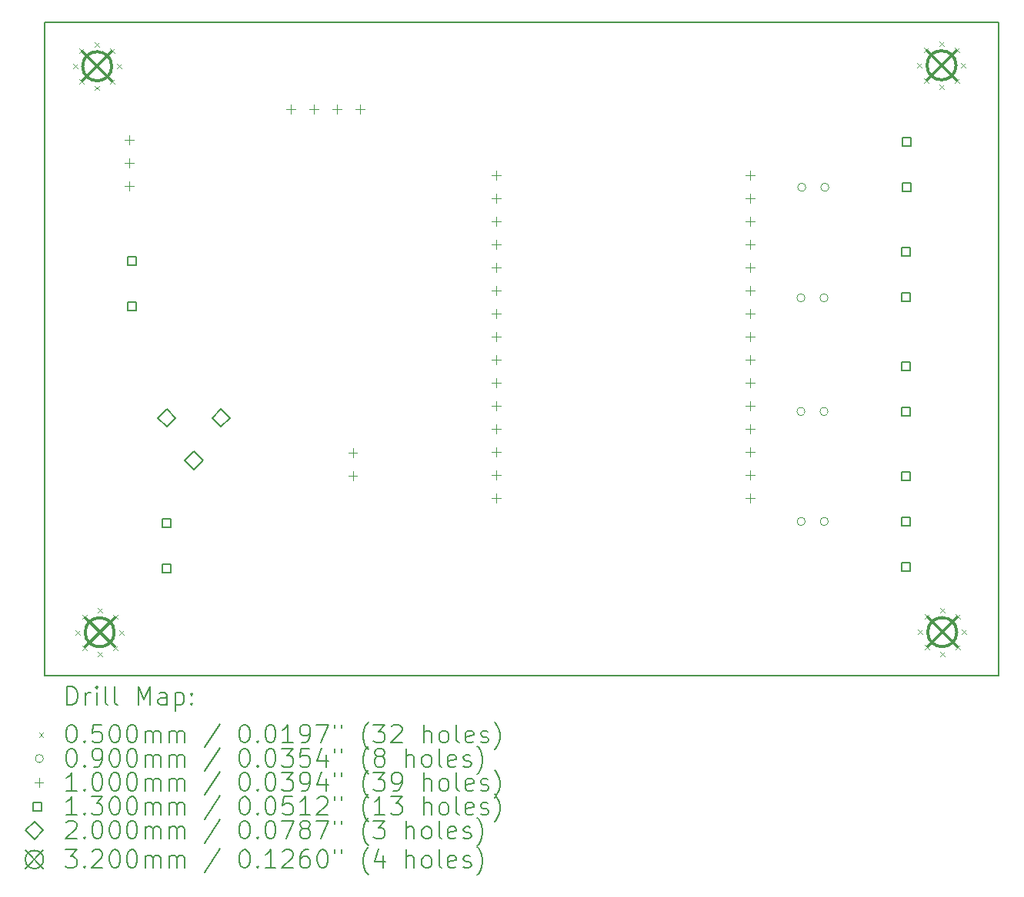
<source format=gbr>
%TF.GenerationSoftware,KiCad,Pcbnew,7.0.6*%
%TF.CreationDate,2024-03-05T09:49:36-05:00*%
%TF.ProjectId,IRON PCB 2.0,49524f4e-2050-4434-9220-322e302e6b69,rev?*%
%TF.SameCoordinates,Original*%
%TF.FileFunction,Drillmap*%
%TF.FilePolarity,Positive*%
%FSLAX45Y45*%
G04 Gerber Fmt 4.5, Leading zero omitted, Abs format (unit mm)*
G04 Created by KiCad (PCBNEW 7.0.6) date 2024-03-05 09:49:36*
%MOMM*%
%LPD*%
G01*
G04 APERTURE LIST*
%ADD10C,0.200000*%
%ADD11C,0.050000*%
%ADD12C,0.090000*%
%ADD13C,0.100000*%
%ADD14C,0.130000*%
%ADD15C,0.320000*%
G04 APERTURE END LIST*
D10*
X6663000Y-3455000D02*
X17163000Y-3455000D01*
X17163000Y-10655000D01*
X6663000Y-10655000D01*
X6663000Y-3455000D01*
D11*
X6979000Y-3918000D02*
X7029000Y-3968000D01*
X7029000Y-3918000D02*
X6979000Y-3968000D01*
X7007000Y-10153000D02*
X7057000Y-10203000D01*
X7057000Y-10153000D02*
X7007000Y-10203000D01*
X7049294Y-3748294D02*
X7099294Y-3798294D01*
X7099294Y-3748294D02*
X7049294Y-3798294D01*
X7049294Y-4087706D02*
X7099294Y-4137706D01*
X7099294Y-4087706D02*
X7049294Y-4137706D01*
X7077294Y-9983294D02*
X7127294Y-10033294D01*
X7127294Y-9983294D02*
X7077294Y-10033294D01*
X7077294Y-10322706D02*
X7127294Y-10372706D01*
X7127294Y-10322706D02*
X7077294Y-10372706D01*
X7219000Y-3678000D02*
X7269000Y-3728000D01*
X7269000Y-3678000D02*
X7219000Y-3728000D01*
X7219000Y-4158000D02*
X7269000Y-4208000D01*
X7269000Y-4158000D02*
X7219000Y-4208000D01*
X7247000Y-9913000D02*
X7297000Y-9963000D01*
X7297000Y-9913000D02*
X7247000Y-9963000D01*
X7247000Y-10393000D02*
X7297000Y-10443000D01*
X7297000Y-10393000D02*
X7247000Y-10443000D01*
X7388706Y-3748294D02*
X7438706Y-3798294D01*
X7438706Y-3748294D02*
X7388706Y-3798294D01*
X7388706Y-4087706D02*
X7438706Y-4137706D01*
X7438706Y-4087706D02*
X7388706Y-4137706D01*
X7416706Y-9983294D02*
X7466706Y-10033294D01*
X7466706Y-9983294D02*
X7416706Y-10033294D01*
X7416706Y-10322706D02*
X7466706Y-10372706D01*
X7466706Y-10322706D02*
X7416706Y-10372706D01*
X7459000Y-3918000D02*
X7509000Y-3968000D01*
X7509000Y-3918000D02*
X7459000Y-3968000D01*
X7487000Y-10153000D02*
X7537000Y-10203000D01*
X7537000Y-10153000D02*
X7487000Y-10203000D01*
X16270706Y-3907706D02*
X16320706Y-3957706D01*
X16320706Y-3907706D02*
X16270706Y-3957706D01*
X16279000Y-10151000D02*
X16329000Y-10201000D01*
X16329000Y-10151000D02*
X16279000Y-10201000D01*
X16341000Y-3738000D02*
X16391000Y-3788000D01*
X16391000Y-3738000D02*
X16341000Y-3788000D01*
X16341000Y-4077411D02*
X16391000Y-4127411D01*
X16391000Y-4077411D02*
X16341000Y-4127411D01*
X16349294Y-9981294D02*
X16399294Y-10031294D01*
X16399294Y-9981294D02*
X16349294Y-10031294D01*
X16349294Y-10320706D02*
X16399294Y-10370706D01*
X16399294Y-10320706D02*
X16349294Y-10370706D01*
X16510706Y-3667706D02*
X16560706Y-3717706D01*
X16560706Y-3667706D02*
X16510706Y-3717706D01*
X16510706Y-4147706D02*
X16560706Y-4197706D01*
X16560706Y-4147706D02*
X16510706Y-4197706D01*
X16519000Y-9911000D02*
X16569000Y-9961000D01*
X16569000Y-9911000D02*
X16519000Y-9961000D01*
X16519000Y-10391000D02*
X16569000Y-10441000D01*
X16569000Y-10391000D02*
X16519000Y-10441000D01*
X16680411Y-3738000D02*
X16730411Y-3788000D01*
X16730411Y-3738000D02*
X16680411Y-3788000D01*
X16680411Y-4077411D02*
X16730411Y-4127411D01*
X16730411Y-4077411D02*
X16680411Y-4127411D01*
X16688706Y-9981294D02*
X16738706Y-10031294D01*
X16738706Y-9981294D02*
X16688706Y-10031294D01*
X16688706Y-10320706D02*
X16738706Y-10370706D01*
X16738706Y-10320706D02*
X16688706Y-10370706D01*
X16750706Y-3907706D02*
X16800706Y-3957706D01*
X16800706Y-3907706D02*
X16750706Y-3957706D01*
X16759000Y-10151000D02*
X16809000Y-10201000D01*
X16809000Y-10151000D02*
X16759000Y-10201000D01*
D12*
X15033500Y-6494000D02*
G75*
G03*
X15033500Y-6494000I-45000J0D01*
G01*
X15033500Y-7746000D02*
G75*
G03*
X15033500Y-7746000I-45000J0D01*
G01*
X15036500Y-8957000D02*
G75*
G03*
X15036500Y-8957000I-45000J0D01*
G01*
X15042500Y-5276000D02*
G75*
G03*
X15042500Y-5276000I-45000J0D01*
G01*
X15287500Y-6494000D02*
G75*
G03*
X15287500Y-6494000I-45000J0D01*
G01*
X15287500Y-7746000D02*
G75*
G03*
X15287500Y-7746000I-45000J0D01*
G01*
X15290500Y-8957000D02*
G75*
G03*
X15290500Y-8957000I-45000J0D01*
G01*
X15296500Y-5276000D02*
G75*
G03*
X15296500Y-5276000I-45000J0D01*
G01*
D13*
X7594000Y-4706000D02*
X7594000Y-4806000D01*
X7544000Y-4756000D02*
X7644000Y-4756000D01*
X7594000Y-4960000D02*
X7594000Y-5060000D01*
X7544000Y-5010000D02*
X7644000Y-5010000D01*
X7594000Y-5214000D02*
X7594000Y-5314000D01*
X7544000Y-5264000D02*
X7644000Y-5264000D01*
X9374000Y-4368000D02*
X9374000Y-4468000D01*
X9324000Y-4418000D02*
X9424000Y-4418000D01*
X9628000Y-4368000D02*
X9628000Y-4468000D01*
X9578000Y-4418000D02*
X9678000Y-4418000D01*
X9882000Y-4368000D02*
X9882000Y-4468000D01*
X9832000Y-4418000D02*
X9932000Y-4418000D01*
X10057000Y-8153000D02*
X10057000Y-8253000D01*
X10007000Y-8203000D02*
X10107000Y-8203000D01*
X10057000Y-8407000D02*
X10057000Y-8507000D01*
X10007000Y-8457000D02*
X10107000Y-8457000D01*
X10136000Y-4368000D02*
X10136000Y-4468000D01*
X10086000Y-4418000D02*
X10186000Y-4418000D01*
X11637000Y-5094000D02*
X11637000Y-5194000D01*
X11587000Y-5144000D02*
X11687000Y-5144000D01*
X11637000Y-5348000D02*
X11637000Y-5448000D01*
X11587000Y-5398000D02*
X11687000Y-5398000D01*
X11637000Y-5602000D02*
X11637000Y-5702000D01*
X11587000Y-5652000D02*
X11687000Y-5652000D01*
X11637000Y-5856000D02*
X11637000Y-5956000D01*
X11587000Y-5906000D02*
X11687000Y-5906000D01*
X11637000Y-6110000D02*
X11637000Y-6210000D01*
X11587000Y-6160000D02*
X11687000Y-6160000D01*
X11637000Y-6364000D02*
X11637000Y-6464000D01*
X11587000Y-6414000D02*
X11687000Y-6414000D01*
X11637000Y-6618000D02*
X11637000Y-6718000D01*
X11587000Y-6668000D02*
X11687000Y-6668000D01*
X11637000Y-6872000D02*
X11637000Y-6972000D01*
X11587000Y-6922000D02*
X11687000Y-6922000D01*
X11637000Y-7126000D02*
X11637000Y-7226000D01*
X11587000Y-7176000D02*
X11687000Y-7176000D01*
X11637000Y-7380000D02*
X11637000Y-7480000D01*
X11587000Y-7430000D02*
X11687000Y-7430000D01*
X11637000Y-7634000D02*
X11637000Y-7734000D01*
X11587000Y-7684000D02*
X11687000Y-7684000D01*
X11637000Y-7888000D02*
X11637000Y-7988000D01*
X11587000Y-7938000D02*
X11687000Y-7938000D01*
X11637000Y-8142000D02*
X11637000Y-8242000D01*
X11587000Y-8192000D02*
X11687000Y-8192000D01*
X11637000Y-8396000D02*
X11637000Y-8496000D01*
X11587000Y-8446000D02*
X11687000Y-8446000D01*
X11637000Y-8650000D02*
X11637000Y-8750000D01*
X11587000Y-8700000D02*
X11687000Y-8700000D01*
X14431000Y-5094000D02*
X14431000Y-5194000D01*
X14381000Y-5144000D02*
X14481000Y-5144000D01*
X14431000Y-5348000D02*
X14431000Y-5448000D01*
X14381000Y-5398000D02*
X14481000Y-5398000D01*
X14431000Y-5602000D02*
X14431000Y-5702000D01*
X14381000Y-5652000D02*
X14481000Y-5652000D01*
X14431000Y-5856000D02*
X14431000Y-5956000D01*
X14381000Y-5906000D02*
X14481000Y-5906000D01*
X14431000Y-6110000D02*
X14431000Y-6210000D01*
X14381000Y-6160000D02*
X14481000Y-6160000D01*
X14431000Y-6364000D02*
X14431000Y-6464000D01*
X14381000Y-6414000D02*
X14481000Y-6414000D01*
X14431000Y-6618000D02*
X14431000Y-6718000D01*
X14381000Y-6668000D02*
X14481000Y-6668000D01*
X14431000Y-6872000D02*
X14431000Y-6972000D01*
X14381000Y-6922000D02*
X14481000Y-6922000D01*
X14431000Y-7126000D02*
X14431000Y-7226000D01*
X14381000Y-7176000D02*
X14481000Y-7176000D01*
X14431000Y-7380000D02*
X14431000Y-7480000D01*
X14381000Y-7430000D02*
X14481000Y-7430000D01*
X14431000Y-7634000D02*
X14431000Y-7734000D01*
X14381000Y-7684000D02*
X14481000Y-7684000D01*
X14431000Y-7888000D02*
X14431000Y-7988000D01*
X14381000Y-7938000D02*
X14481000Y-7938000D01*
X14431000Y-8142000D02*
X14431000Y-8242000D01*
X14381000Y-8192000D02*
X14481000Y-8192000D01*
X14431000Y-8396000D02*
X14431000Y-8496000D01*
X14381000Y-8446000D02*
X14481000Y-8446000D01*
X14431000Y-8650000D02*
X14431000Y-8750000D01*
X14381000Y-8700000D02*
X14481000Y-8700000D01*
D14*
X7671462Y-6135962D02*
X7671462Y-6044038D01*
X7579538Y-6044038D01*
X7579538Y-6135962D01*
X7671462Y-6135962D01*
X7671462Y-6635962D02*
X7671462Y-6544038D01*
X7579538Y-6544038D01*
X7579538Y-6635962D01*
X7671462Y-6635962D01*
X8050146Y-9019951D02*
X8050146Y-8928026D01*
X7958221Y-8928026D01*
X7958221Y-9019951D01*
X8050146Y-9019951D01*
X8050146Y-9519951D02*
X8050146Y-9428026D01*
X7958221Y-9428026D01*
X7958221Y-9519951D01*
X8050146Y-9519951D01*
X16188962Y-6031962D02*
X16188962Y-5940038D01*
X16097038Y-5940038D01*
X16097038Y-6031962D01*
X16188962Y-6031962D01*
X16188962Y-6531962D02*
X16188962Y-6440038D01*
X16097038Y-6440038D01*
X16097038Y-6531962D01*
X16188962Y-6531962D01*
X16192962Y-7294962D02*
X16192962Y-7203038D01*
X16101038Y-7203038D01*
X16101038Y-7294962D01*
X16192962Y-7294962D01*
X16192962Y-7794962D02*
X16192962Y-7703038D01*
X16101038Y-7703038D01*
X16101038Y-7794962D01*
X16192962Y-7794962D01*
X16192962Y-8500962D02*
X16192962Y-8409038D01*
X16101038Y-8409038D01*
X16101038Y-8500962D01*
X16192962Y-8500962D01*
X16192962Y-9000962D02*
X16192962Y-8909038D01*
X16101038Y-8909038D01*
X16101038Y-9000962D01*
X16192962Y-9000962D01*
X16192962Y-9500962D02*
X16192962Y-9409038D01*
X16101038Y-9409038D01*
X16101038Y-9500962D01*
X16192962Y-9500962D01*
X16198962Y-4817962D02*
X16198962Y-4726038D01*
X16107038Y-4726038D01*
X16107038Y-4817962D01*
X16198962Y-4817962D01*
X16198962Y-5317962D02*
X16198962Y-5226038D01*
X16107038Y-5226038D01*
X16107038Y-5317962D01*
X16198962Y-5317962D01*
D10*
X8008000Y-7916000D02*
X8108000Y-7816000D01*
X8008000Y-7716000D01*
X7908000Y-7816000D01*
X8008000Y-7916000D01*
X8308000Y-8386000D02*
X8408000Y-8286000D01*
X8308000Y-8186000D01*
X8208000Y-8286000D01*
X8308000Y-8386000D01*
X8608000Y-7916000D02*
X8708000Y-7816000D01*
X8608000Y-7716000D01*
X8508000Y-7816000D01*
X8608000Y-7916000D01*
D15*
X7084000Y-3783000D02*
X7404000Y-4103000D01*
X7404000Y-3783000D02*
X7084000Y-4103000D01*
X7404000Y-3943000D02*
G75*
G03*
X7404000Y-3943000I-160000J0D01*
G01*
X7112000Y-10018000D02*
X7432000Y-10338000D01*
X7432000Y-10018000D02*
X7112000Y-10338000D01*
X7432000Y-10178000D02*
G75*
G03*
X7432000Y-10178000I-160000J0D01*
G01*
X16375706Y-3772706D02*
X16695706Y-4092706D01*
X16695706Y-3772706D02*
X16375706Y-4092706D01*
X16695706Y-3932706D02*
G75*
G03*
X16695706Y-3932706I-160000J0D01*
G01*
X16384000Y-10016000D02*
X16704000Y-10336000D01*
X16704000Y-10016000D02*
X16384000Y-10336000D01*
X16704000Y-10176000D02*
G75*
G03*
X16704000Y-10176000I-160000J0D01*
G01*
D10*
X6913777Y-10976484D02*
X6913777Y-10776484D01*
X6913777Y-10776484D02*
X6961396Y-10776484D01*
X6961396Y-10776484D02*
X6989967Y-10786008D01*
X6989967Y-10786008D02*
X7009015Y-10805055D01*
X7009015Y-10805055D02*
X7018539Y-10824103D01*
X7018539Y-10824103D02*
X7028062Y-10862198D01*
X7028062Y-10862198D02*
X7028062Y-10890770D01*
X7028062Y-10890770D02*
X7018539Y-10928865D01*
X7018539Y-10928865D02*
X7009015Y-10947912D01*
X7009015Y-10947912D02*
X6989967Y-10966960D01*
X6989967Y-10966960D02*
X6961396Y-10976484D01*
X6961396Y-10976484D02*
X6913777Y-10976484D01*
X7113777Y-10976484D02*
X7113777Y-10843150D01*
X7113777Y-10881246D02*
X7123301Y-10862198D01*
X7123301Y-10862198D02*
X7132824Y-10852674D01*
X7132824Y-10852674D02*
X7151872Y-10843150D01*
X7151872Y-10843150D02*
X7170920Y-10843150D01*
X7237586Y-10976484D02*
X7237586Y-10843150D01*
X7237586Y-10776484D02*
X7228062Y-10786008D01*
X7228062Y-10786008D02*
X7237586Y-10795531D01*
X7237586Y-10795531D02*
X7247110Y-10786008D01*
X7247110Y-10786008D02*
X7237586Y-10776484D01*
X7237586Y-10776484D02*
X7237586Y-10795531D01*
X7361396Y-10976484D02*
X7342348Y-10966960D01*
X7342348Y-10966960D02*
X7332824Y-10947912D01*
X7332824Y-10947912D02*
X7332824Y-10776484D01*
X7466158Y-10976484D02*
X7447110Y-10966960D01*
X7447110Y-10966960D02*
X7437586Y-10947912D01*
X7437586Y-10947912D02*
X7437586Y-10776484D01*
X7694729Y-10976484D02*
X7694729Y-10776484D01*
X7694729Y-10776484D02*
X7761396Y-10919341D01*
X7761396Y-10919341D02*
X7828062Y-10776484D01*
X7828062Y-10776484D02*
X7828062Y-10976484D01*
X8009015Y-10976484D02*
X8009015Y-10871722D01*
X8009015Y-10871722D02*
X7999491Y-10852674D01*
X7999491Y-10852674D02*
X7980443Y-10843150D01*
X7980443Y-10843150D02*
X7942348Y-10843150D01*
X7942348Y-10843150D02*
X7923301Y-10852674D01*
X8009015Y-10966960D02*
X7989967Y-10976484D01*
X7989967Y-10976484D02*
X7942348Y-10976484D01*
X7942348Y-10976484D02*
X7923301Y-10966960D01*
X7923301Y-10966960D02*
X7913777Y-10947912D01*
X7913777Y-10947912D02*
X7913777Y-10928865D01*
X7913777Y-10928865D02*
X7923301Y-10909817D01*
X7923301Y-10909817D02*
X7942348Y-10900293D01*
X7942348Y-10900293D02*
X7989967Y-10900293D01*
X7989967Y-10900293D02*
X8009015Y-10890770D01*
X8104253Y-10843150D02*
X8104253Y-11043150D01*
X8104253Y-10852674D02*
X8123301Y-10843150D01*
X8123301Y-10843150D02*
X8161396Y-10843150D01*
X8161396Y-10843150D02*
X8180443Y-10852674D01*
X8180443Y-10852674D02*
X8189967Y-10862198D01*
X8189967Y-10862198D02*
X8199491Y-10881246D01*
X8199491Y-10881246D02*
X8199491Y-10938389D01*
X8199491Y-10938389D02*
X8189967Y-10957436D01*
X8189967Y-10957436D02*
X8180443Y-10966960D01*
X8180443Y-10966960D02*
X8161396Y-10976484D01*
X8161396Y-10976484D02*
X8123301Y-10976484D01*
X8123301Y-10976484D02*
X8104253Y-10966960D01*
X8285205Y-10957436D02*
X8294729Y-10966960D01*
X8294729Y-10966960D02*
X8285205Y-10976484D01*
X8285205Y-10976484D02*
X8275682Y-10966960D01*
X8275682Y-10966960D02*
X8285205Y-10957436D01*
X8285205Y-10957436D02*
X8285205Y-10976484D01*
X8285205Y-10852674D02*
X8294729Y-10862198D01*
X8294729Y-10862198D02*
X8285205Y-10871722D01*
X8285205Y-10871722D02*
X8275682Y-10862198D01*
X8275682Y-10862198D02*
X8285205Y-10852674D01*
X8285205Y-10852674D02*
X8285205Y-10871722D01*
D11*
X6603000Y-11280000D02*
X6653000Y-11330000D01*
X6653000Y-11280000D02*
X6603000Y-11330000D01*
D10*
X6951872Y-11196484D02*
X6970920Y-11196484D01*
X6970920Y-11196484D02*
X6989967Y-11206008D01*
X6989967Y-11206008D02*
X6999491Y-11215531D01*
X6999491Y-11215531D02*
X7009015Y-11234579D01*
X7009015Y-11234579D02*
X7018539Y-11272674D01*
X7018539Y-11272674D02*
X7018539Y-11320293D01*
X7018539Y-11320293D02*
X7009015Y-11358388D01*
X7009015Y-11358388D02*
X6999491Y-11377436D01*
X6999491Y-11377436D02*
X6989967Y-11386960D01*
X6989967Y-11386960D02*
X6970920Y-11396484D01*
X6970920Y-11396484D02*
X6951872Y-11396484D01*
X6951872Y-11396484D02*
X6932824Y-11386960D01*
X6932824Y-11386960D02*
X6923301Y-11377436D01*
X6923301Y-11377436D02*
X6913777Y-11358388D01*
X6913777Y-11358388D02*
X6904253Y-11320293D01*
X6904253Y-11320293D02*
X6904253Y-11272674D01*
X6904253Y-11272674D02*
X6913777Y-11234579D01*
X6913777Y-11234579D02*
X6923301Y-11215531D01*
X6923301Y-11215531D02*
X6932824Y-11206008D01*
X6932824Y-11206008D02*
X6951872Y-11196484D01*
X7104253Y-11377436D02*
X7113777Y-11386960D01*
X7113777Y-11386960D02*
X7104253Y-11396484D01*
X7104253Y-11396484D02*
X7094729Y-11386960D01*
X7094729Y-11386960D02*
X7104253Y-11377436D01*
X7104253Y-11377436D02*
X7104253Y-11396484D01*
X7294729Y-11196484D02*
X7199491Y-11196484D01*
X7199491Y-11196484D02*
X7189967Y-11291722D01*
X7189967Y-11291722D02*
X7199491Y-11282198D01*
X7199491Y-11282198D02*
X7218539Y-11272674D01*
X7218539Y-11272674D02*
X7266158Y-11272674D01*
X7266158Y-11272674D02*
X7285205Y-11282198D01*
X7285205Y-11282198D02*
X7294729Y-11291722D01*
X7294729Y-11291722D02*
X7304253Y-11310769D01*
X7304253Y-11310769D02*
X7304253Y-11358388D01*
X7304253Y-11358388D02*
X7294729Y-11377436D01*
X7294729Y-11377436D02*
X7285205Y-11386960D01*
X7285205Y-11386960D02*
X7266158Y-11396484D01*
X7266158Y-11396484D02*
X7218539Y-11396484D01*
X7218539Y-11396484D02*
X7199491Y-11386960D01*
X7199491Y-11386960D02*
X7189967Y-11377436D01*
X7428062Y-11196484D02*
X7447110Y-11196484D01*
X7447110Y-11196484D02*
X7466158Y-11206008D01*
X7466158Y-11206008D02*
X7475682Y-11215531D01*
X7475682Y-11215531D02*
X7485205Y-11234579D01*
X7485205Y-11234579D02*
X7494729Y-11272674D01*
X7494729Y-11272674D02*
X7494729Y-11320293D01*
X7494729Y-11320293D02*
X7485205Y-11358388D01*
X7485205Y-11358388D02*
X7475682Y-11377436D01*
X7475682Y-11377436D02*
X7466158Y-11386960D01*
X7466158Y-11386960D02*
X7447110Y-11396484D01*
X7447110Y-11396484D02*
X7428062Y-11396484D01*
X7428062Y-11396484D02*
X7409015Y-11386960D01*
X7409015Y-11386960D02*
X7399491Y-11377436D01*
X7399491Y-11377436D02*
X7389967Y-11358388D01*
X7389967Y-11358388D02*
X7380443Y-11320293D01*
X7380443Y-11320293D02*
X7380443Y-11272674D01*
X7380443Y-11272674D02*
X7389967Y-11234579D01*
X7389967Y-11234579D02*
X7399491Y-11215531D01*
X7399491Y-11215531D02*
X7409015Y-11206008D01*
X7409015Y-11206008D02*
X7428062Y-11196484D01*
X7618539Y-11196484D02*
X7637586Y-11196484D01*
X7637586Y-11196484D02*
X7656634Y-11206008D01*
X7656634Y-11206008D02*
X7666158Y-11215531D01*
X7666158Y-11215531D02*
X7675682Y-11234579D01*
X7675682Y-11234579D02*
X7685205Y-11272674D01*
X7685205Y-11272674D02*
X7685205Y-11320293D01*
X7685205Y-11320293D02*
X7675682Y-11358388D01*
X7675682Y-11358388D02*
X7666158Y-11377436D01*
X7666158Y-11377436D02*
X7656634Y-11386960D01*
X7656634Y-11386960D02*
X7637586Y-11396484D01*
X7637586Y-11396484D02*
X7618539Y-11396484D01*
X7618539Y-11396484D02*
X7599491Y-11386960D01*
X7599491Y-11386960D02*
X7589967Y-11377436D01*
X7589967Y-11377436D02*
X7580443Y-11358388D01*
X7580443Y-11358388D02*
X7570920Y-11320293D01*
X7570920Y-11320293D02*
X7570920Y-11272674D01*
X7570920Y-11272674D02*
X7580443Y-11234579D01*
X7580443Y-11234579D02*
X7589967Y-11215531D01*
X7589967Y-11215531D02*
X7599491Y-11206008D01*
X7599491Y-11206008D02*
X7618539Y-11196484D01*
X7770920Y-11396484D02*
X7770920Y-11263150D01*
X7770920Y-11282198D02*
X7780443Y-11272674D01*
X7780443Y-11272674D02*
X7799491Y-11263150D01*
X7799491Y-11263150D02*
X7828063Y-11263150D01*
X7828063Y-11263150D02*
X7847110Y-11272674D01*
X7847110Y-11272674D02*
X7856634Y-11291722D01*
X7856634Y-11291722D02*
X7856634Y-11396484D01*
X7856634Y-11291722D02*
X7866158Y-11272674D01*
X7866158Y-11272674D02*
X7885205Y-11263150D01*
X7885205Y-11263150D02*
X7913777Y-11263150D01*
X7913777Y-11263150D02*
X7932824Y-11272674D01*
X7932824Y-11272674D02*
X7942348Y-11291722D01*
X7942348Y-11291722D02*
X7942348Y-11396484D01*
X8037586Y-11396484D02*
X8037586Y-11263150D01*
X8037586Y-11282198D02*
X8047110Y-11272674D01*
X8047110Y-11272674D02*
X8066158Y-11263150D01*
X8066158Y-11263150D02*
X8094729Y-11263150D01*
X8094729Y-11263150D02*
X8113777Y-11272674D01*
X8113777Y-11272674D02*
X8123301Y-11291722D01*
X8123301Y-11291722D02*
X8123301Y-11396484D01*
X8123301Y-11291722D02*
X8132824Y-11272674D01*
X8132824Y-11272674D02*
X8151872Y-11263150D01*
X8151872Y-11263150D02*
X8180443Y-11263150D01*
X8180443Y-11263150D02*
X8199491Y-11272674D01*
X8199491Y-11272674D02*
X8209015Y-11291722D01*
X8209015Y-11291722D02*
X8209015Y-11396484D01*
X8599491Y-11186960D02*
X8428063Y-11444103D01*
X8856634Y-11196484D02*
X8875682Y-11196484D01*
X8875682Y-11196484D02*
X8894729Y-11206008D01*
X8894729Y-11206008D02*
X8904253Y-11215531D01*
X8904253Y-11215531D02*
X8913777Y-11234579D01*
X8913777Y-11234579D02*
X8923301Y-11272674D01*
X8923301Y-11272674D02*
X8923301Y-11320293D01*
X8923301Y-11320293D02*
X8913777Y-11358388D01*
X8913777Y-11358388D02*
X8904253Y-11377436D01*
X8904253Y-11377436D02*
X8894729Y-11386960D01*
X8894729Y-11386960D02*
X8875682Y-11396484D01*
X8875682Y-11396484D02*
X8856634Y-11396484D01*
X8856634Y-11396484D02*
X8837587Y-11386960D01*
X8837587Y-11386960D02*
X8828063Y-11377436D01*
X8828063Y-11377436D02*
X8818539Y-11358388D01*
X8818539Y-11358388D02*
X8809015Y-11320293D01*
X8809015Y-11320293D02*
X8809015Y-11272674D01*
X8809015Y-11272674D02*
X8818539Y-11234579D01*
X8818539Y-11234579D02*
X8828063Y-11215531D01*
X8828063Y-11215531D02*
X8837587Y-11206008D01*
X8837587Y-11206008D02*
X8856634Y-11196484D01*
X9009015Y-11377436D02*
X9018539Y-11386960D01*
X9018539Y-11386960D02*
X9009015Y-11396484D01*
X9009015Y-11396484D02*
X8999491Y-11386960D01*
X8999491Y-11386960D02*
X9009015Y-11377436D01*
X9009015Y-11377436D02*
X9009015Y-11396484D01*
X9142348Y-11196484D02*
X9161396Y-11196484D01*
X9161396Y-11196484D02*
X9180444Y-11206008D01*
X9180444Y-11206008D02*
X9189968Y-11215531D01*
X9189968Y-11215531D02*
X9199491Y-11234579D01*
X9199491Y-11234579D02*
X9209015Y-11272674D01*
X9209015Y-11272674D02*
X9209015Y-11320293D01*
X9209015Y-11320293D02*
X9199491Y-11358388D01*
X9199491Y-11358388D02*
X9189968Y-11377436D01*
X9189968Y-11377436D02*
X9180444Y-11386960D01*
X9180444Y-11386960D02*
X9161396Y-11396484D01*
X9161396Y-11396484D02*
X9142348Y-11396484D01*
X9142348Y-11396484D02*
X9123301Y-11386960D01*
X9123301Y-11386960D02*
X9113777Y-11377436D01*
X9113777Y-11377436D02*
X9104253Y-11358388D01*
X9104253Y-11358388D02*
X9094729Y-11320293D01*
X9094729Y-11320293D02*
X9094729Y-11272674D01*
X9094729Y-11272674D02*
X9104253Y-11234579D01*
X9104253Y-11234579D02*
X9113777Y-11215531D01*
X9113777Y-11215531D02*
X9123301Y-11206008D01*
X9123301Y-11206008D02*
X9142348Y-11196484D01*
X9399491Y-11396484D02*
X9285206Y-11396484D01*
X9342348Y-11396484D02*
X9342348Y-11196484D01*
X9342348Y-11196484D02*
X9323301Y-11225055D01*
X9323301Y-11225055D02*
X9304253Y-11244103D01*
X9304253Y-11244103D02*
X9285206Y-11253627D01*
X9494729Y-11396484D02*
X9532825Y-11396484D01*
X9532825Y-11396484D02*
X9551872Y-11386960D01*
X9551872Y-11386960D02*
X9561396Y-11377436D01*
X9561396Y-11377436D02*
X9580444Y-11348865D01*
X9580444Y-11348865D02*
X9589968Y-11310769D01*
X9589968Y-11310769D02*
X9589968Y-11234579D01*
X9589968Y-11234579D02*
X9580444Y-11215531D01*
X9580444Y-11215531D02*
X9570920Y-11206008D01*
X9570920Y-11206008D02*
X9551872Y-11196484D01*
X9551872Y-11196484D02*
X9513777Y-11196484D01*
X9513777Y-11196484D02*
X9494729Y-11206008D01*
X9494729Y-11206008D02*
X9485206Y-11215531D01*
X9485206Y-11215531D02*
X9475682Y-11234579D01*
X9475682Y-11234579D02*
X9475682Y-11282198D01*
X9475682Y-11282198D02*
X9485206Y-11301246D01*
X9485206Y-11301246D02*
X9494729Y-11310769D01*
X9494729Y-11310769D02*
X9513777Y-11320293D01*
X9513777Y-11320293D02*
X9551872Y-11320293D01*
X9551872Y-11320293D02*
X9570920Y-11310769D01*
X9570920Y-11310769D02*
X9580444Y-11301246D01*
X9580444Y-11301246D02*
X9589968Y-11282198D01*
X9656634Y-11196484D02*
X9789968Y-11196484D01*
X9789968Y-11196484D02*
X9704253Y-11396484D01*
X9856634Y-11196484D02*
X9856634Y-11234579D01*
X9932825Y-11196484D02*
X9932825Y-11234579D01*
X10228063Y-11472674D02*
X10218539Y-11463150D01*
X10218539Y-11463150D02*
X10199491Y-11434579D01*
X10199491Y-11434579D02*
X10189968Y-11415531D01*
X10189968Y-11415531D02*
X10180444Y-11386960D01*
X10180444Y-11386960D02*
X10170920Y-11339341D01*
X10170920Y-11339341D02*
X10170920Y-11301246D01*
X10170920Y-11301246D02*
X10180444Y-11253627D01*
X10180444Y-11253627D02*
X10189968Y-11225055D01*
X10189968Y-11225055D02*
X10199491Y-11206008D01*
X10199491Y-11206008D02*
X10218539Y-11177436D01*
X10218539Y-11177436D02*
X10228063Y-11167912D01*
X10285206Y-11196484D02*
X10409015Y-11196484D01*
X10409015Y-11196484D02*
X10342349Y-11272674D01*
X10342349Y-11272674D02*
X10370920Y-11272674D01*
X10370920Y-11272674D02*
X10389968Y-11282198D01*
X10389968Y-11282198D02*
X10399491Y-11291722D01*
X10399491Y-11291722D02*
X10409015Y-11310769D01*
X10409015Y-11310769D02*
X10409015Y-11358388D01*
X10409015Y-11358388D02*
X10399491Y-11377436D01*
X10399491Y-11377436D02*
X10389968Y-11386960D01*
X10389968Y-11386960D02*
X10370920Y-11396484D01*
X10370920Y-11396484D02*
X10313777Y-11396484D01*
X10313777Y-11396484D02*
X10294730Y-11386960D01*
X10294730Y-11386960D02*
X10285206Y-11377436D01*
X10485206Y-11215531D02*
X10494730Y-11206008D01*
X10494730Y-11206008D02*
X10513777Y-11196484D01*
X10513777Y-11196484D02*
X10561396Y-11196484D01*
X10561396Y-11196484D02*
X10580444Y-11206008D01*
X10580444Y-11206008D02*
X10589968Y-11215531D01*
X10589968Y-11215531D02*
X10599491Y-11234579D01*
X10599491Y-11234579D02*
X10599491Y-11253627D01*
X10599491Y-11253627D02*
X10589968Y-11282198D01*
X10589968Y-11282198D02*
X10475682Y-11396484D01*
X10475682Y-11396484D02*
X10599491Y-11396484D01*
X10837587Y-11396484D02*
X10837587Y-11196484D01*
X10923301Y-11396484D02*
X10923301Y-11291722D01*
X10923301Y-11291722D02*
X10913777Y-11272674D01*
X10913777Y-11272674D02*
X10894730Y-11263150D01*
X10894730Y-11263150D02*
X10866158Y-11263150D01*
X10866158Y-11263150D02*
X10847111Y-11272674D01*
X10847111Y-11272674D02*
X10837587Y-11282198D01*
X11047111Y-11396484D02*
X11028063Y-11386960D01*
X11028063Y-11386960D02*
X11018539Y-11377436D01*
X11018539Y-11377436D02*
X11009015Y-11358388D01*
X11009015Y-11358388D02*
X11009015Y-11301246D01*
X11009015Y-11301246D02*
X11018539Y-11282198D01*
X11018539Y-11282198D02*
X11028063Y-11272674D01*
X11028063Y-11272674D02*
X11047111Y-11263150D01*
X11047111Y-11263150D02*
X11075682Y-11263150D01*
X11075682Y-11263150D02*
X11094730Y-11272674D01*
X11094730Y-11272674D02*
X11104253Y-11282198D01*
X11104253Y-11282198D02*
X11113777Y-11301246D01*
X11113777Y-11301246D02*
X11113777Y-11358388D01*
X11113777Y-11358388D02*
X11104253Y-11377436D01*
X11104253Y-11377436D02*
X11094730Y-11386960D01*
X11094730Y-11386960D02*
X11075682Y-11396484D01*
X11075682Y-11396484D02*
X11047111Y-11396484D01*
X11228063Y-11396484D02*
X11209015Y-11386960D01*
X11209015Y-11386960D02*
X11199491Y-11367912D01*
X11199491Y-11367912D02*
X11199491Y-11196484D01*
X11380444Y-11386960D02*
X11361396Y-11396484D01*
X11361396Y-11396484D02*
X11323301Y-11396484D01*
X11323301Y-11396484D02*
X11304253Y-11386960D01*
X11304253Y-11386960D02*
X11294730Y-11367912D01*
X11294730Y-11367912D02*
X11294730Y-11291722D01*
X11294730Y-11291722D02*
X11304253Y-11272674D01*
X11304253Y-11272674D02*
X11323301Y-11263150D01*
X11323301Y-11263150D02*
X11361396Y-11263150D01*
X11361396Y-11263150D02*
X11380444Y-11272674D01*
X11380444Y-11272674D02*
X11389968Y-11291722D01*
X11389968Y-11291722D02*
X11389968Y-11310769D01*
X11389968Y-11310769D02*
X11294730Y-11329817D01*
X11466158Y-11386960D02*
X11485206Y-11396484D01*
X11485206Y-11396484D02*
X11523301Y-11396484D01*
X11523301Y-11396484D02*
X11542349Y-11386960D01*
X11542349Y-11386960D02*
X11551872Y-11367912D01*
X11551872Y-11367912D02*
X11551872Y-11358388D01*
X11551872Y-11358388D02*
X11542349Y-11339341D01*
X11542349Y-11339341D02*
X11523301Y-11329817D01*
X11523301Y-11329817D02*
X11494730Y-11329817D01*
X11494730Y-11329817D02*
X11475682Y-11320293D01*
X11475682Y-11320293D02*
X11466158Y-11301246D01*
X11466158Y-11301246D02*
X11466158Y-11291722D01*
X11466158Y-11291722D02*
X11475682Y-11272674D01*
X11475682Y-11272674D02*
X11494730Y-11263150D01*
X11494730Y-11263150D02*
X11523301Y-11263150D01*
X11523301Y-11263150D02*
X11542349Y-11272674D01*
X11618539Y-11472674D02*
X11628063Y-11463150D01*
X11628063Y-11463150D02*
X11647111Y-11434579D01*
X11647111Y-11434579D02*
X11656634Y-11415531D01*
X11656634Y-11415531D02*
X11666158Y-11386960D01*
X11666158Y-11386960D02*
X11675682Y-11339341D01*
X11675682Y-11339341D02*
X11675682Y-11301246D01*
X11675682Y-11301246D02*
X11666158Y-11253627D01*
X11666158Y-11253627D02*
X11656634Y-11225055D01*
X11656634Y-11225055D02*
X11647111Y-11206008D01*
X11647111Y-11206008D02*
X11628063Y-11177436D01*
X11628063Y-11177436D02*
X11618539Y-11167912D01*
D12*
X6653000Y-11569000D02*
G75*
G03*
X6653000Y-11569000I-45000J0D01*
G01*
D10*
X6951872Y-11460484D02*
X6970920Y-11460484D01*
X6970920Y-11460484D02*
X6989967Y-11470008D01*
X6989967Y-11470008D02*
X6999491Y-11479531D01*
X6999491Y-11479531D02*
X7009015Y-11498579D01*
X7009015Y-11498579D02*
X7018539Y-11536674D01*
X7018539Y-11536674D02*
X7018539Y-11584293D01*
X7018539Y-11584293D02*
X7009015Y-11622388D01*
X7009015Y-11622388D02*
X6999491Y-11641436D01*
X6999491Y-11641436D02*
X6989967Y-11650960D01*
X6989967Y-11650960D02*
X6970920Y-11660484D01*
X6970920Y-11660484D02*
X6951872Y-11660484D01*
X6951872Y-11660484D02*
X6932824Y-11650960D01*
X6932824Y-11650960D02*
X6923301Y-11641436D01*
X6923301Y-11641436D02*
X6913777Y-11622388D01*
X6913777Y-11622388D02*
X6904253Y-11584293D01*
X6904253Y-11584293D02*
X6904253Y-11536674D01*
X6904253Y-11536674D02*
X6913777Y-11498579D01*
X6913777Y-11498579D02*
X6923301Y-11479531D01*
X6923301Y-11479531D02*
X6932824Y-11470008D01*
X6932824Y-11470008D02*
X6951872Y-11460484D01*
X7104253Y-11641436D02*
X7113777Y-11650960D01*
X7113777Y-11650960D02*
X7104253Y-11660484D01*
X7104253Y-11660484D02*
X7094729Y-11650960D01*
X7094729Y-11650960D02*
X7104253Y-11641436D01*
X7104253Y-11641436D02*
X7104253Y-11660484D01*
X7209015Y-11660484D02*
X7247110Y-11660484D01*
X7247110Y-11660484D02*
X7266158Y-11650960D01*
X7266158Y-11650960D02*
X7275682Y-11641436D01*
X7275682Y-11641436D02*
X7294729Y-11612865D01*
X7294729Y-11612865D02*
X7304253Y-11574769D01*
X7304253Y-11574769D02*
X7304253Y-11498579D01*
X7304253Y-11498579D02*
X7294729Y-11479531D01*
X7294729Y-11479531D02*
X7285205Y-11470008D01*
X7285205Y-11470008D02*
X7266158Y-11460484D01*
X7266158Y-11460484D02*
X7228062Y-11460484D01*
X7228062Y-11460484D02*
X7209015Y-11470008D01*
X7209015Y-11470008D02*
X7199491Y-11479531D01*
X7199491Y-11479531D02*
X7189967Y-11498579D01*
X7189967Y-11498579D02*
X7189967Y-11546198D01*
X7189967Y-11546198D02*
X7199491Y-11565246D01*
X7199491Y-11565246D02*
X7209015Y-11574769D01*
X7209015Y-11574769D02*
X7228062Y-11584293D01*
X7228062Y-11584293D02*
X7266158Y-11584293D01*
X7266158Y-11584293D02*
X7285205Y-11574769D01*
X7285205Y-11574769D02*
X7294729Y-11565246D01*
X7294729Y-11565246D02*
X7304253Y-11546198D01*
X7428062Y-11460484D02*
X7447110Y-11460484D01*
X7447110Y-11460484D02*
X7466158Y-11470008D01*
X7466158Y-11470008D02*
X7475682Y-11479531D01*
X7475682Y-11479531D02*
X7485205Y-11498579D01*
X7485205Y-11498579D02*
X7494729Y-11536674D01*
X7494729Y-11536674D02*
X7494729Y-11584293D01*
X7494729Y-11584293D02*
X7485205Y-11622388D01*
X7485205Y-11622388D02*
X7475682Y-11641436D01*
X7475682Y-11641436D02*
X7466158Y-11650960D01*
X7466158Y-11650960D02*
X7447110Y-11660484D01*
X7447110Y-11660484D02*
X7428062Y-11660484D01*
X7428062Y-11660484D02*
X7409015Y-11650960D01*
X7409015Y-11650960D02*
X7399491Y-11641436D01*
X7399491Y-11641436D02*
X7389967Y-11622388D01*
X7389967Y-11622388D02*
X7380443Y-11584293D01*
X7380443Y-11584293D02*
X7380443Y-11536674D01*
X7380443Y-11536674D02*
X7389967Y-11498579D01*
X7389967Y-11498579D02*
X7399491Y-11479531D01*
X7399491Y-11479531D02*
X7409015Y-11470008D01*
X7409015Y-11470008D02*
X7428062Y-11460484D01*
X7618539Y-11460484D02*
X7637586Y-11460484D01*
X7637586Y-11460484D02*
X7656634Y-11470008D01*
X7656634Y-11470008D02*
X7666158Y-11479531D01*
X7666158Y-11479531D02*
X7675682Y-11498579D01*
X7675682Y-11498579D02*
X7685205Y-11536674D01*
X7685205Y-11536674D02*
X7685205Y-11584293D01*
X7685205Y-11584293D02*
X7675682Y-11622388D01*
X7675682Y-11622388D02*
X7666158Y-11641436D01*
X7666158Y-11641436D02*
X7656634Y-11650960D01*
X7656634Y-11650960D02*
X7637586Y-11660484D01*
X7637586Y-11660484D02*
X7618539Y-11660484D01*
X7618539Y-11660484D02*
X7599491Y-11650960D01*
X7599491Y-11650960D02*
X7589967Y-11641436D01*
X7589967Y-11641436D02*
X7580443Y-11622388D01*
X7580443Y-11622388D02*
X7570920Y-11584293D01*
X7570920Y-11584293D02*
X7570920Y-11536674D01*
X7570920Y-11536674D02*
X7580443Y-11498579D01*
X7580443Y-11498579D02*
X7589967Y-11479531D01*
X7589967Y-11479531D02*
X7599491Y-11470008D01*
X7599491Y-11470008D02*
X7618539Y-11460484D01*
X7770920Y-11660484D02*
X7770920Y-11527150D01*
X7770920Y-11546198D02*
X7780443Y-11536674D01*
X7780443Y-11536674D02*
X7799491Y-11527150D01*
X7799491Y-11527150D02*
X7828063Y-11527150D01*
X7828063Y-11527150D02*
X7847110Y-11536674D01*
X7847110Y-11536674D02*
X7856634Y-11555722D01*
X7856634Y-11555722D02*
X7856634Y-11660484D01*
X7856634Y-11555722D02*
X7866158Y-11536674D01*
X7866158Y-11536674D02*
X7885205Y-11527150D01*
X7885205Y-11527150D02*
X7913777Y-11527150D01*
X7913777Y-11527150D02*
X7932824Y-11536674D01*
X7932824Y-11536674D02*
X7942348Y-11555722D01*
X7942348Y-11555722D02*
X7942348Y-11660484D01*
X8037586Y-11660484D02*
X8037586Y-11527150D01*
X8037586Y-11546198D02*
X8047110Y-11536674D01*
X8047110Y-11536674D02*
X8066158Y-11527150D01*
X8066158Y-11527150D02*
X8094729Y-11527150D01*
X8094729Y-11527150D02*
X8113777Y-11536674D01*
X8113777Y-11536674D02*
X8123301Y-11555722D01*
X8123301Y-11555722D02*
X8123301Y-11660484D01*
X8123301Y-11555722D02*
X8132824Y-11536674D01*
X8132824Y-11536674D02*
X8151872Y-11527150D01*
X8151872Y-11527150D02*
X8180443Y-11527150D01*
X8180443Y-11527150D02*
X8199491Y-11536674D01*
X8199491Y-11536674D02*
X8209015Y-11555722D01*
X8209015Y-11555722D02*
X8209015Y-11660484D01*
X8599491Y-11450960D02*
X8428063Y-11708103D01*
X8856634Y-11460484D02*
X8875682Y-11460484D01*
X8875682Y-11460484D02*
X8894729Y-11470008D01*
X8894729Y-11470008D02*
X8904253Y-11479531D01*
X8904253Y-11479531D02*
X8913777Y-11498579D01*
X8913777Y-11498579D02*
X8923301Y-11536674D01*
X8923301Y-11536674D02*
X8923301Y-11584293D01*
X8923301Y-11584293D02*
X8913777Y-11622388D01*
X8913777Y-11622388D02*
X8904253Y-11641436D01*
X8904253Y-11641436D02*
X8894729Y-11650960D01*
X8894729Y-11650960D02*
X8875682Y-11660484D01*
X8875682Y-11660484D02*
X8856634Y-11660484D01*
X8856634Y-11660484D02*
X8837587Y-11650960D01*
X8837587Y-11650960D02*
X8828063Y-11641436D01*
X8828063Y-11641436D02*
X8818539Y-11622388D01*
X8818539Y-11622388D02*
X8809015Y-11584293D01*
X8809015Y-11584293D02*
X8809015Y-11536674D01*
X8809015Y-11536674D02*
X8818539Y-11498579D01*
X8818539Y-11498579D02*
X8828063Y-11479531D01*
X8828063Y-11479531D02*
X8837587Y-11470008D01*
X8837587Y-11470008D02*
X8856634Y-11460484D01*
X9009015Y-11641436D02*
X9018539Y-11650960D01*
X9018539Y-11650960D02*
X9009015Y-11660484D01*
X9009015Y-11660484D02*
X8999491Y-11650960D01*
X8999491Y-11650960D02*
X9009015Y-11641436D01*
X9009015Y-11641436D02*
X9009015Y-11660484D01*
X9142348Y-11460484D02*
X9161396Y-11460484D01*
X9161396Y-11460484D02*
X9180444Y-11470008D01*
X9180444Y-11470008D02*
X9189968Y-11479531D01*
X9189968Y-11479531D02*
X9199491Y-11498579D01*
X9199491Y-11498579D02*
X9209015Y-11536674D01*
X9209015Y-11536674D02*
X9209015Y-11584293D01*
X9209015Y-11584293D02*
X9199491Y-11622388D01*
X9199491Y-11622388D02*
X9189968Y-11641436D01*
X9189968Y-11641436D02*
X9180444Y-11650960D01*
X9180444Y-11650960D02*
X9161396Y-11660484D01*
X9161396Y-11660484D02*
X9142348Y-11660484D01*
X9142348Y-11660484D02*
X9123301Y-11650960D01*
X9123301Y-11650960D02*
X9113777Y-11641436D01*
X9113777Y-11641436D02*
X9104253Y-11622388D01*
X9104253Y-11622388D02*
X9094729Y-11584293D01*
X9094729Y-11584293D02*
X9094729Y-11536674D01*
X9094729Y-11536674D02*
X9104253Y-11498579D01*
X9104253Y-11498579D02*
X9113777Y-11479531D01*
X9113777Y-11479531D02*
X9123301Y-11470008D01*
X9123301Y-11470008D02*
X9142348Y-11460484D01*
X9275682Y-11460484D02*
X9399491Y-11460484D01*
X9399491Y-11460484D02*
X9332825Y-11536674D01*
X9332825Y-11536674D02*
X9361396Y-11536674D01*
X9361396Y-11536674D02*
X9380444Y-11546198D01*
X9380444Y-11546198D02*
X9389968Y-11555722D01*
X9389968Y-11555722D02*
X9399491Y-11574769D01*
X9399491Y-11574769D02*
X9399491Y-11622388D01*
X9399491Y-11622388D02*
X9389968Y-11641436D01*
X9389968Y-11641436D02*
X9380444Y-11650960D01*
X9380444Y-11650960D02*
X9361396Y-11660484D01*
X9361396Y-11660484D02*
X9304253Y-11660484D01*
X9304253Y-11660484D02*
X9285206Y-11650960D01*
X9285206Y-11650960D02*
X9275682Y-11641436D01*
X9580444Y-11460484D02*
X9485206Y-11460484D01*
X9485206Y-11460484D02*
X9475682Y-11555722D01*
X9475682Y-11555722D02*
X9485206Y-11546198D01*
X9485206Y-11546198D02*
X9504253Y-11536674D01*
X9504253Y-11536674D02*
X9551872Y-11536674D01*
X9551872Y-11536674D02*
X9570920Y-11546198D01*
X9570920Y-11546198D02*
X9580444Y-11555722D01*
X9580444Y-11555722D02*
X9589968Y-11574769D01*
X9589968Y-11574769D02*
X9589968Y-11622388D01*
X9589968Y-11622388D02*
X9580444Y-11641436D01*
X9580444Y-11641436D02*
X9570920Y-11650960D01*
X9570920Y-11650960D02*
X9551872Y-11660484D01*
X9551872Y-11660484D02*
X9504253Y-11660484D01*
X9504253Y-11660484D02*
X9485206Y-11650960D01*
X9485206Y-11650960D02*
X9475682Y-11641436D01*
X9761396Y-11527150D02*
X9761396Y-11660484D01*
X9713777Y-11450960D02*
X9666158Y-11593817D01*
X9666158Y-11593817D02*
X9789968Y-11593817D01*
X9856634Y-11460484D02*
X9856634Y-11498579D01*
X9932825Y-11460484D02*
X9932825Y-11498579D01*
X10228063Y-11736674D02*
X10218539Y-11727150D01*
X10218539Y-11727150D02*
X10199491Y-11698579D01*
X10199491Y-11698579D02*
X10189968Y-11679531D01*
X10189968Y-11679531D02*
X10180444Y-11650960D01*
X10180444Y-11650960D02*
X10170920Y-11603341D01*
X10170920Y-11603341D02*
X10170920Y-11565246D01*
X10170920Y-11565246D02*
X10180444Y-11517627D01*
X10180444Y-11517627D02*
X10189968Y-11489055D01*
X10189968Y-11489055D02*
X10199491Y-11470008D01*
X10199491Y-11470008D02*
X10218539Y-11441436D01*
X10218539Y-11441436D02*
X10228063Y-11431912D01*
X10332825Y-11546198D02*
X10313777Y-11536674D01*
X10313777Y-11536674D02*
X10304253Y-11527150D01*
X10304253Y-11527150D02*
X10294730Y-11508103D01*
X10294730Y-11508103D02*
X10294730Y-11498579D01*
X10294730Y-11498579D02*
X10304253Y-11479531D01*
X10304253Y-11479531D02*
X10313777Y-11470008D01*
X10313777Y-11470008D02*
X10332825Y-11460484D01*
X10332825Y-11460484D02*
X10370920Y-11460484D01*
X10370920Y-11460484D02*
X10389968Y-11470008D01*
X10389968Y-11470008D02*
X10399491Y-11479531D01*
X10399491Y-11479531D02*
X10409015Y-11498579D01*
X10409015Y-11498579D02*
X10409015Y-11508103D01*
X10409015Y-11508103D02*
X10399491Y-11527150D01*
X10399491Y-11527150D02*
X10389968Y-11536674D01*
X10389968Y-11536674D02*
X10370920Y-11546198D01*
X10370920Y-11546198D02*
X10332825Y-11546198D01*
X10332825Y-11546198D02*
X10313777Y-11555722D01*
X10313777Y-11555722D02*
X10304253Y-11565246D01*
X10304253Y-11565246D02*
X10294730Y-11584293D01*
X10294730Y-11584293D02*
X10294730Y-11622388D01*
X10294730Y-11622388D02*
X10304253Y-11641436D01*
X10304253Y-11641436D02*
X10313777Y-11650960D01*
X10313777Y-11650960D02*
X10332825Y-11660484D01*
X10332825Y-11660484D02*
X10370920Y-11660484D01*
X10370920Y-11660484D02*
X10389968Y-11650960D01*
X10389968Y-11650960D02*
X10399491Y-11641436D01*
X10399491Y-11641436D02*
X10409015Y-11622388D01*
X10409015Y-11622388D02*
X10409015Y-11584293D01*
X10409015Y-11584293D02*
X10399491Y-11565246D01*
X10399491Y-11565246D02*
X10389968Y-11555722D01*
X10389968Y-11555722D02*
X10370920Y-11546198D01*
X10647111Y-11660484D02*
X10647111Y-11460484D01*
X10732825Y-11660484D02*
X10732825Y-11555722D01*
X10732825Y-11555722D02*
X10723301Y-11536674D01*
X10723301Y-11536674D02*
X10704253Y-11527150D01*
X10704253Y-11527150D02*
X10675682Y-11527150D01*
X10675682Y-11527150D02*
X10656634Y-11536674D01*
X10656634Y-11536674D02*
X10647111Y-11546198D01*
X10856634Y-11660484D02*
X10837587Y-11650960D01*
X10837587Y-11650960D02*
X10828063Y-11641436D01*
X10828063Y-11641436D02*
X10818539Y-11622388D01*
X10818539Y-11622388D02*
X10818539Y-11565246D01*
X10818539Y-11565246D02*
X10828063Y-11546198D01*
X10828063Y-11546198D02*
X10837587Y-11536674D01*
X10837587Y-11536674D02*
X10856634Y-11527150D01*
X10856634Y-11527150D02*
X10885206Y-11527150D01*
X10885206Y-11527150D02*
X10904253Y-11536674D01*
X10904253Y-11536674D02*
X10913777Y-11546198D01*
X10913777Y-11546198D02*
X10923301Y-11565246D01*
X10923301Y-11565246D02*
X10923301Y-11622388D01*
X10923301Y-11622388D02*
X10913777Y-11641436D01*
X10913777Y-11641436D02*
X10904253Y-11650960D01*
X10904253Y-11650960D02*
X10885206Y-11660484D01*
X10885206Y-11660484D02*
X10856634Y-11660484D01*
X11037587Y-11660484D02*
X11018539Y-11650960D01*
X11018539Y-11650960D02*
X11009015Y-11631912D01*
X11009015Y-11631912D02*
X11009015Y-11460484D01*
X11189968Y-11650960D02*
X11170920Y-11660484D01*
X11170920Y-11660484D02*
X11132825Y-11660484D01*
X11132825Y-11660484D02*
X11113777Y-11650960D01*
X11113777Y-11650960D02*
X11104253Y-11631912D01*
X11104253Y-11631912D02*
X11104253Y-11555722D01*
X11104253Y-11555722D02*
X11113777Y-11536674D01*
X11113777Y-11536674D02*
X11132825Y-11527150D01*
X11132825Y-11527150D02*
X11170920Y-11527150D01*
X11170920Y-11527150D02*
X11189968Y-11536674D01*
X11189968Y-11536674D02*
X11199491Y-11555722D01*
X11199491Y-11555722D02*
X11199491Y-11574769D01*
X11199491Y-11574769D02*
X11104253Y-11593817D01*
X11275682Y-11650960D02*
X11294730Y-11660484D01*
X11294730Y-11660484D02*
X11332825Y-11660484D01*
X11332825Y-11660484D02*
X11351872Y-11650960D01*
X11351872Y-11650960D02*
X11361396Y-11631912D01*
X11361396Y-11631912D02*
X11361396Y-11622388D01*
X11361396Y-11622388D02*
X11351872Y-11603341D01*
X11351872Y-11603341D02*
X11332825Y-11593817D01*
X11332825Y-11593817D02*
X11304253Y-11593817D01*
X11304253Y-11593817D02*
X11285206Y-11584293D01*
X11285206Y-11584293D02*
X11275682Y-11565246D01*
X11275682Y-11565246D02*
X11275682Y-11555722D01*
X11275682Y-11555722D02*
X11285206Y-11536674D01*
X11285206Y-11536674D02*
X11304253Y-11527150D01*
X11304253Y-11527150D02*
X11332825Y-11527150D01*
X11332825Y-11527150D02*
X11351872Y-11536674D01*
X11428063Y-11736674D02*
X11437587Y-11727150D01*
X11437587Y-11727150D02*
X11456634Y-11698579D01*
X11456634Y-11698579D02*
X11466158Y-11679531D01*
X11466158Y-11679531D02*
X11475682Y-11650960D01*
X11475682Y-11650960D02*
X11485206Y-11603341D01*
X11485206Y-11603341D02*
X11485206Y-11565246D01*
X11485206Y-11565246D02*
X11475682Y-11517627D01*
X11475682Y-11517627D02*
X11466158Y-11489055D01*
X11466158Y-11489055D02*
X11456634Y-11470008D01*
X11456634Y-11470008D02*
X11437587Y-11441436D01*
X11437587Y-11441436D02*
X11428063Y-11431912D01*
D13*
X6603000Y-11783000D02*
X6603000Y-11883000D01*
X6553000Y-11833000D02*
X6653000Y-11833000D01*
D10*
X7018539Y-11924484D02*
X6904253Y-11924484D01*
X6961396Y-11924484D02*
X6961396Y-11724484D01*
X6961396Y-11724484D02*
X6942348Y-11753055D01*
X6942348Y-11753055D02*
X6923301Y-11772103D01*
X6923301Y-11772103D02*
X6904253Y-11781627D01*
X7104253Y-11905436D02*
X7113777Y-11914960D01*
X7113777Y-11914960D02*
X7104253Y-11924484D01*
X7104253Y-11924484D02*
X7094729Y-11914960D01*
X7094729Y-11914960D02*
X7104253Y-11905436D01*
X7104253Y-11905436D02*
X7104253Y-11924484D01*
X7237586Y-11724484D02*
X7256634Y-11724484D01*
X7256634Y-11724484D02*
X7275682Y-11734008D01*
X7275682Y-11734008D02*
X7285205Y-11743531D01*
X7285205Y-11743531D02*
X7294729Y-11762579D01*
X7294729Y-11762579D02*
X7304253Y-11800674D01*
X7304253Y-11800674D02*
X7304253Y-11848293D01*
X7304253Y-11848293D02*
X7294729Y-11886388D01*
X7294729Y-11886388D02*
X7285205Y-11905436D01*
X7285205Y-11905436D02*
X7275682Y-11914960D01*
X7275682Y-11914960D02*
X7256634Y-11924484D01*
X7256634Y-11924484D02*
X7237586Y-11924484D01*
X7237586Y-11924484D02*
X7218539Y-11914960D01*
X7218539Y-11914960D02*
X7209015Y-11905436D01*
X7209015Y-11905436D02*
X7199491Y-11886388D01*
X7199491Y-11886388D02*
X7189967Y-11848293D01*
X7189967Y-11848293D02*
X7189967Y-11800674D01*
X7189967Y-11800674D02*
X7199491Y-11762579D01*
X7199491Y-11762579D02*
X7209015Y-11743531D01*
X7209015Y-11743531D02*
X7218539Y-11734008D01*
X7218539Y-11734008D02*
X7237586Y-11724484D01*
X7428062Y-11724484D02*
X7447110Y-11724484D01*
X7447110Y-11724484D02*
X7466158Y-11734008D01*
X7466158Y-11734008D02*
X7475682Y-11743531D01*
X7475682Y-11743531D02*
X7485205Y-11762579D01*
X7485205Y-11762579D02*
X7494729Y-11800674D01*
X7494729Y-11800674D02*
X7494729Y-11848293D01*
X7494729Y-11848293D02*
X7485205Y-11886388D01*
X7485205Y-11886388D02*
X7475682Y-11905436D01*
X7475682Y-11905436D02*
X7466158Y-11914960D01*
X7466158Y-11914960D02*
X7447110Y-11924484D01*
X7447110Y-11924484D02*
X7428062Y-11924484D01*
X7428062Y-11924484D02*
X7409015Y-11914960D01*
X7409015Y-11914960D02*
X7399491Y-11905436D01*
X7399491Y-11905436D02*
X7389967Y-11886388D01*
X7389967Y-11886388D02*
X7380443Y-11848293D01*
X7380443Y-11848293D02*
X7380443Y-11800674D01*
X7380443Y-11800674D02*
X7389967Y-11762579D01*
X7389967Y-11762579D02*
X7399491Y-11743531D01*
X7399491Y-11743531D02*
X7409015Y-11734008D01*
X7409015Y-11734008D02*
X7428062Y-11724484D01*
X7618539Y-11724484D02*
X7637586Y-11724484D01*
X7637586Y-11724484D02*
X7656634Y-11734008D01*
X7656634Y-11734008D02*
X7666158Y-11743531D01*
X7666158Y-11743531D02*
X7675682Y-11762579D01*
X7675682Y-11762579D02*
X7685205Y-11800674D01*
X7685205Y-11800674D02*
X7685205Y-11848293D01*
X7685205Y-11848293D02*
X7675682Y-11886388D01*
X7675682Y-11886388D02*
X7666158Y-11905436D01*
X7666158Y-11905436D02*
X7656634Y-11914960D01*
X7656634Y-11914960D02*
X7637586Y-11924484D01*
X7637586Y-11924484D02*
X7618539Y-11924484D01*
X7618539Y-11924484D02*
X7599491Y-11914960D01*
X7599491Y-11914960D02*
X7589967Y-11905436D01*
X7589967Y-11905436D02*
X7580443Y-11886388D01*
X7580443Y-11886388D02*
X7570920Y-11848293D01*
X7570920Y-11848293D02*
X7570920Y-11800674D01*
X7570920Y-11800674D02*
X7580443Y-11762579D01*
X7580443Y-11762579D02*
X7589967Y-11743531D01*
X7589967Y-11743531D02*
X7599491Y-11734008D01*
X7599491Y-11734008D02*
X7618539Y-11724484D01*
X7770920Y-11924484D02*
X7770920Y-11791150D01*
X7770920Y-11810198D02*
X7780443Y-11800674D01*
X7780443Y-11800674D02*
X7799491Y-11791150D01*
X7799491Y-11791150D02*
X7828063Y-11791150D01*
X7828063Y-11791150D02*
X7847110Y-11800674D01*
X7847110Y-11800674D02*
X7856634Y-11819722D01*
X7856634Y-11819722D02*
X7856634Y-11924484D01*
X7856634Y-11819722D02*
X7866158Y-11800674D01*
X7866158Y-11800674D02*
X7885205Y-11791150D01*
X7885205Y-11791150D02*
X7913777Y-11791150D01*
X7913777Y-11791150D02*
X7932824Y-11800674D01*
X7932824Y-11800674D02*
X7942348Y-11819722D01*
X7942348Y-11819722D02*
X7942348Y-11924484D01*
X8037586Y-11924484D02*
X8037586Y-11791150D01*
X8037586Y-11810198D02*
X8047110Y-11800674D01*
X8047110Y-11800674D02*
X8066158Y-11791150D01*
X8066158Y-11791150D02*
X8094729Y-11791150D01*
X8094729Y-11791150D02*
X8113777Y-11800674D01*
X8113777Y-11800674D02*
X8123301Y-11819722D01*
X8123301Y-11819722D02*
X8123301Y-11924484D01*
X8123301Y-11819722D02*
X8132824Y-11800674D01*
X8132824Y-11800674D02*
X8151872Y-11791150D01*
X8151872Y-11791150D02*
X8180443Y-11791150D01*
X8180443Y-11791150D02*
X8199491Y-11800674D01*
X8199491Y-11800674D02*
X8209015Y-11819722D01*
X8209015Y-11819722D02*
X8209015Y-11924484D01*
X8599491Y-11714960D02*
X8428063Y-11972103D01*
X8856634Y-11724484D02*
X8875682Y-11724484D01*
X8875682Y-11724484D02*
X8894729Y-11734008D01*
X8894729Y-11734008D02*
X8904253Y-11743531D01*
X8904253Y-11743531D02*
X8913777Y-11762579D01*
X8913777Y-11762579D02*
X8923301Y-11800674D01*
X8923301Y-11800674D02*
X8923301Y-11848293D01*
X8923301Y-11848293D02*
X8913777Y-11886388D01*
X8913777Y-11886388D02*
X8904253Y-11905436D01*
X8904253Y-11905436D02*
X8894729Y-11914960D01*
X8894729Y-11914960D02*
X8875682Y-11924484D01*
X8875682Y-11924484D02*
X8856634Y-11924484D01*
X8856634Y-11924484D02*
X8837587Y-11914960D01*
X8837587Y-11914960D02*
X8828063Y-11905436D01*
X8828063Y-11905436D02*
X8818539Y-11886388D01*
X8818539Y-11886388D02*
X8809015Y-11848293D01*
X8809015Y-11848293D02*
X8809015Y-11800674D01*
X8809015Y-11800674D02*
X8818539Y-11762579D01*
X8818539Y-11762579D02*
X8828063Y-11743531D01*
X8828063Y-11743531D02*
X8837587Y-11734008D01*
X8837587Y-11734008D02*
X8856634Y-11724484D01*
X9009015Y-11905436D02*
X9018539Y-11914960D01*
X9018539Y-11914960D02*
X9009015Y-11924484D01*
X9009015Y-11924484D02*
X8999491Y-11914960D01*
X8999491Y-11914960D02*
X9009015Y-11905436D01*
X9009015Y-11905436D02*
X9009015Y-11924484D01*
X9142348Y-11724484D02*
X9161396Y-11724484D01*
X9161396Y-11724484D02*
X9180444Y-11734008D01*
X9180444Y-11734008D02*
X9189968Y-11743531D01*
X9189968Y-11743531D02*
X9199491Y-11762579D01*
X9199491Y-11762579D02*
X9209015Y-11800674D01*
X9209015Y-11800674D02*
X9209015Y-11848293D01*
X9209015Y-11848293D02*
X9199491Y-11886388D01*
X9199491Y-11886388D02*
X9189968Y-11905436D01*
X9189968Y-11905436D02*
X9180444Y-11914960D01*
X9180444Y-11914960D02*
X9161396Y-11924484D01*
X9161396Y-11924484D02*
X9142348Y-11924484D01*
X9142348Y-11924484D02*
X9123301Y-11914960D01*
X9123301Y-11914960D02*
X9113777Y-11905436D01*
X9113777Y-11905436D02*
X9104253Y-11886388D01*
X9104253Y-11886388D02*
X9094729Y-11848293D01*
X9094729Y-11848293D02*
X9094729Y-11800674D01*
X9094729Y-11800674D02*
X9104253Y-11762579D01*
X9104253Y-11762579D02*
X9113777Y-11743531D01*
X9113777Y-11743531D02*
X9123301Y-11734008D01*
X9123301Y-11734008D02*
X9142348Y-11724484D01*
X9275682Y-11724484D02*
X9399491Y-11724484D01*
X9399491Y-11724484D02*
X9332825Y-11800674D01*
X9332825Y-11800674D02*
X9361396Y-11800674D01*
X9361396Y-11800674D02*
X9380444Y-11810198D01*
X9380444Y-11810198D02*
X9389968Y-11819722D01*
X9389968Y-11819722D02*
X9399491Y-11838769D01*
X9399491Y-11838769D02*
X9399491Y-11886388D01*
X9399491Y-11886388D02*
X9389968Y-11905436D01*
X9389968Y-11905436D02*
X9380444Y-11914960D01*
X9380444Y-11914960D02*
X9361396Y-11924484D01*
X9361396Y-11924484D02*
X9304253Y-11924484D01*
X9304253Y-11924484D02*
X9285206Y-11914960D01*
X9285206Y-11914960D02*
X9275682Y-11905436D01*
X9494729Y-11924484D02*
X9532825Y-11924484D01*
X9532825Y-11924484D02*
X9551872Y-11914960D01*
X9551872Y-11914960D02*
X9561396Y-11905436D01*
X9561396Y-11905436D02*
X9580444Y-11876865D01*
X9580444Y-11876865D02*
X9589968Y-11838769D01*
X9589968Y-11838769D02*
X9589968Y-11762579D01*
X9589968Y-11762579D02*
X9580444Y-11743531D01*
X9580444Y-11743531D02*
X9570920Y-11734008D01*
X9570920Y-11734008D02*
X9551872Y-11724484D01*
X9551872Y-11724484D02*
X9513777Y-11724484D01*
X9513777Y-11724484D02*
X9494729Y-11734008D01*
X9494729Y-11734008D02*
X9485206Y-11743531D01*
X9485206Y-11743531D02*
X9475682Y-11762579D01*
X9475682Y-11762579D02*
X9475682Y-11810198D01*
X9475682Y-11810198D02*
X9485206Y-11829246D01*
X9485206Y-11829246D02*
X9494729Y-11838769D01*
X9494729Y-11838769D02*
X9513777Y-11848293D01*
X9513777Y-11848293D02*
X9551872Y-11848293D01*
X9551872Y-11848293D02*
X9570920Y-11838769D01*
X9570920Y-11838769D02*
X9580444Y-11829246D01*
X9580444Y-11829246D02*
X9589968Y-11810198D01*
X9761396Y-11791150D02*
X9761396Y-11924484D01*
X9713777Y-11714960D02*
X9666158Y-11857817D01*
X9666158Y-11857817D02*
X9789968Y-11857817D01*
X9856634Y-11724484D02*
X9856634Y-11762579D01*
X9932825Y-11724484D02*
X9932825Y-11762579D01*
X10228063Y-12000674D02*
X10218539Y-11991150D01*
X10218539Y-11991150D02*
X10199491Y-11962579D01*
X10199491Y-11962579D02*
X10189968Y-11943531D01*
X10189968Y-11943531D02*
X10180444Y-11914960D01*
X10180444Y-11914960D02*
X10170920Y-11867341D01*
X10170920Y-11867341D02*
X10170920Y-11829246D01*
X10170920Y-11829246D02*
X10180444Y-11781627D01*
X10180444Y-11781627D02*
X10189968Y-11753055D01*
X10189968Y-11753055D02*
X10199491Y-11734008D01*
X10199491Y-11734008D02*
X10218539Y-11705436D01*
X10218539Y-11705436D02*
X10228063Y-11695912D01*
X10285206Y-11724484D02*
X10409015Y-11724484D01*
X10409015Y-11724484D02*
X10342349Y-11800674D01*
X10342349Y-11800674D02*
X10370920Y-11800674D01*
X10370920Y-11800674D02*
X10389968Y-11810198D01*
X10389968Y-11810198D02*
X10399491Y-11819722D01*
X10399491Y-11819722D02*
X10409015Y-11838769D01*
X10409015Y-11838769D02*
X10409015Y-11886388D01*
X10409015Y-11886388D02*
X10399491Y-11905436D01*
X10399491Y-11905436D02*
X10389968Y-11914960D01*
X10389968Y-11914960D02*
X10370920Y-11924484D01*
X10370920Y-11924484D02*
X10313777Y-11924484D01*
X10313777Y-11924484D02*
X10294730Y-11914960D01*
X10294730Y-11914960D02*
X10285206Y-11905436D01*
X10504253Y-11924484D02*
X10542349Y-11924484D01*
X10542349Y-11924484D02*
X10561396Y-11914960D01*
X10561396Y-11914960D02*
X10570920Y-11905436D01*
X10570920Y-11905436D02*
X10589968Y-11876865D01*
X10589968Y-11876865D02*
X10599491Y-11838769D01*
X10599491Y-11838769D02*
X10599491Y-11762579D01*
X10599491Y-11762579D02*
X10589968Y-11743531D01*
X10589968Y-11743531D02*
X10580444Y-11734008D01*
X10580444Y-11734008D02*
X10561396Y-11724484D01*
X10561396Y-11724484D02*
X10523301Y-11724484D01*
X10523301Y-11724484D02*
X10504253Y-11734008D01*
X10504253Y-11734008D02*
X10494730Y-11743531D01*
X10494730Y-11743531D02*
X10485206Y-11762579D01*
X10485206Y-11762579D02*
X10485206Y-11810198D01*
X10485206Y-11810198D02*
X10494730Y-11829246D01*
X10494730Y-11829246D02*
X10504253Y-11838769D01*
X10504253Y-11838769D02*
X10523301Y-11848293D01*
X10523301Y-11848293D02*
X10561396Y-11848293D01*
X10561396Y-11848293D02*
X10580444Y-11838769D01*
X10580444Y-11838769D02*
X10589968Y-11829246D01*
X10589968Y-11829246D02*
X10599491Y-11810198D01*
X10837587Y-11924484D02*
X10837587Y-11724484D01*
X10923301Y-11924484D02*
X10923301Y-11819722D01*
X10923301Y-11819722D02*
X10913777Y-11800674D01*
X10913777Y-11800674D02*
X10894730Y-11791150D01*
X10894730Y-11791150D02*
X10866158Y-11791150D01*
X10866158Y-11791150D02*
X10847111Y-11800674D01*
X10847111Y-11800674D02*
X10837587Y-11810198D01*
X11047111Y-11924484D02*
X11028063Y-11914960D01*
X11028063Y-11914960D02*
X11018539Y-11905436D01*
X11018539Y-11905436D02*
X11009015Y-11886388D01*
X11009015Y-11886388D02*
X11009015Y-11829246D01*
X11009015Y-11829246D02*
X11018539Y-11810198D01*
X11018539Y-11810198D02*
X11028063Y-11800674D01*
X11028063Y-11800674D02*
X11047111Y-11791150D01*
X11047111Y-11791150D02*
X11075682Y-11791150D01*
X11075682Y-11791150D02*
X11094730Y-11800674D01*
X11094730Y-11800674D02*
X11104253Y-11810198D01*
X11104253Y-11810198D02*
X11113777Y-11829246D01*
X11113777Y-11829246D02*
X11113777Y-11886388D01*
X11113777Y-11886388D02*
X11104253Y-11905436D01*
X11104253Y-11905436D02*
X11094730Y-11914960D01*
X11094730Y-11914960D02*
X11075682Y-11924484D01*
X11075682Y-11924484D02*
X11047111Y-11924484D01*
X11228063Y-11924484D02*
X11209015Y-11914960D01*
X11209015Y-11914960D02*
X11199491Y-11895912D01*
X11199491Y-11895912D02*
X11199491Y-11724484D01*
X11380444Y-11914960D02*
X11361396Y-11924484D01*
X11361396Y-11924484D02*
X11323301Y-11924484D01*
X11323301Y-11924484D02*
X11304253Y-11914960D01*
X11304253Y-11914960D02*
X11294730Y-11895912D01*
X11294730Y-11895912D02*
X11294730Y-11819722D01*
X11294730Y-11819722D02*
X11304253Y-11800674D01*
X11304253Y-11800674D02*
X11323301Y-11791150D01*
X11323301Y-11791150D02*
X11361396Y-11791150D01*
X11361396Y-11791150D02*
X11380444Y-11800674D01*
X11380444Y-11800674D02*
X11389968Y-11819722D01*
X11389968Y-11819722D02*
X11389968Y-11838769D01*
X11389968Y-11838769D02*
X11294730Y-11857817D01*
X11466158Y-11914960D02*
X11485206Y-11924484D01*
X11485206Y-11924484D02*
X11523301Y-11924484D01*
X11523301Y-11924484D02*
X11542349Y-11914960D01*
X11542349Y-11914960D02*
X11551872Y-11895912D01*
X11551872Y-11895912D02*
X11551872Y-11886388D01*
X11551872Y-11886388D02*
X11542349Y-11867341D01*
X11542349Y-11867341D02*
X11523301Y-11857817D01*
X11523301Y-11857817D02*
X11494730Y-11857817D01*
X11494730Y-11857817D02*
X11475682Y-11848293D01*
X11475682Y-11848293D02*
X11466158Y-11829246D01*
X11466158Y-11829246D02*
X11466158Y-11819722D01*
X11466158Y-11819722D02*
X11475682Y-11800674D01*
X11475682Y-11800674D02*
X11494730Y-11791150D01*
X11494730Y-11791150D02*
X11523301Y-11791150D01*
X11523301Y-11791150D02*
X11542349Y-11800674D01*
X11618539Y-12000674D02*
X11628063Y-11991150D01*
X11628063Y-11991150D02*
X11647111Y-11962579D01*
X11647111Y-11962579D02*
X11656634Y-11943531D01*
X11656634Y-11943531D02*
X11666158Y-11914960D01*
X11666158Y-11914960D02*
X11675682Y-11867341D01*
X11675682Y-11867341D02*
X11675682Y-11829246D01*
X11675682Y-11829246D02*
X11666158Y-11781627D01*
X11666158Y-11781627D02*
X11656634Y-11753055D01*
X11656634Y-11753055D02*
X11647111Y-11734008D01*
X11647111Y-11734008D02*
X11628063Y-11705436D01*
X11628063Y-11705436D02*
X11618539Y-11695912D01*
D14*
X6633962Y-12142962D02*
X6633962Y-12051038D01*
X6542038Y-12051038D01*
X6542038Y-12142962D01*
X6633962Y-12142962D01*
D10*
X7018539Y-12188484D02*
X6904253Y-12188484D01*
X6961396Y-12188484D02*
X6961396Y-11988484D01*
X6961396Y-11988484D02*
X6942348Y-12017055D01*
X6942348Y-12017055D02*
X6923301Y-12036103D01*
X6923301Y-12036103D02*
X6904253Y-12045627D01*
X7104253Y-12169436D02*
X7113777Y-12178960D01*
X7113777Y-12178960D02*
X7104253Y-12188484D01*
X7104253Y-12188484D02*
X7094729Y-12178960D01*
X7094729Y-12178960D02*
X7104253Y-12169436D01*
X7104253Y-12169436D02*
X7104253Y-12188484D01*
X7180443Y-11988484D02*
X7304253Y-11988484D01*
X7304253Y-11988484D02*
X7237586Y-12064674D01*
X7237586Y-12064674D02*
X7266158Y-12064674D01*
X7266158Y-12064674D02*
X7285205Y-12074198D01*
X7285205Y-12074198D02*
X7294729Y-12083722D01*
X7294729Y-12083722D02*
X7304253Y-12102769D01*
X7304253Y-12102769D02*
X7304253Y-12150388D01*
X7304253Y-12150388D02*
X7294729Y-12169436D01*
X7294729Y-12169436D02*
X7285205Y-12178960D01*
X7285205Y-12178960D02*
X7266158Y-12188484D01*
X7266158Y-12188484D02*
X7209015Y-12188484D01*
X7209015Y-12188484D02*
X7189967Y-12178960D01*
X7189967Y-12178960D02*
X7180443Y-12169436D01*
X7428062Y-11988484D02*
X7447110Y-11988484D01*
X7447110Y-11988484D02*
X7466158Y-11998008D01*
X7466158Y-11998008D02*
X7475682Y-12007531D01*
X7475682Y-12007531D02*
X7485205Y-12026579D01*
X7485205Y-12026579D02*
X7494729Y-12064674D01*
X7494729Y-12064674D02*
X7494729Y-12112293D01*
X7494729Y-12112293D02*
X7485205Y-12150388D01*
X7485205Y-12150388D02*
X7475682Y-12169436D01*
X7475682Y-12169436D02*
X7466158Y-12178960D01*
X7466158Y-12178960D02*
X7447110Y-12188484D01*
X7447110Y-12188484D02*
X7428062Y-12188484D01*
X7428062Y-12188484D02*
X7409015Y-12178960D01*
X7409015Y-12178960D02*
X7399491Y-12169436D01*
X7399491Y-12169436D02*
X7389967Y-12150388D01*
X7389967Y-12150388D02*
X7380443Y-12112293D01*
X7380443Y-12112293D02*
X7380443Y-12064674D01*
X7380443Y-12064674D02*
X7389967Y-12026579D01*
X7389967Y-12026579D02*
X7399491Y-12007531D01*
X7399491Y-12007531D02*
X7409015Y-11998008D01*
X7409015Y-11998008D02*
X7428062Y-11988484D01*
X7618539Y-11988484D02*
X7637586Y-11988484D01*
X7637586Y-11988484D02*
X7656634Y-11998008D01*
X7656634Y-11998008D02*
X7666158Y-12007531D01*
X7666158Y-12007531D02*
X7675682Y-12026579D01*
X7675682Y-12026579D02*
X7685205Y-12064674D01*
X7685205Y-12064674D02*
X7685205Y-12112293D01*
X7685205Y-12112293D02*
X7675682Y-12150388D01*
X7675682Y-12150388D02*
X7666158Y-12169436D01*
X7666158Y-12169436D02*
X7656634Y-12178960D01*
X7656634Y-12178960D02*
X7637586Y-12188484D01*
X7637586Y-12188484D02*
X7618539Y-12188484D01*
X7618539Y-12188484D02*
X7599491Y-12178960D01*
X7599491Y-12178960D02*
X7589967Y-12169436D01*
X7589967Y-12169436D02*
X7580443Y-12150388D01*
X7580443Y-12150388D02*
X7570920Y-12112293D01*
X7570920Y-12112293D02*
X7570920Y-12064674D01*
X7570920Y-12064674D02*
X7580443Y-12026579D01*
X7580443Y-12026579D02*
X7589967Y-12007531D01*
X7589967Y-12007531D02*
X7599491Y-11998008D01*
X7599491Y-11998008D02*
X7618539Y-11988484D01*
X7770920Y-12188484D02*
X7770920Y-12055150D01*
X7770920Y-12074198D02*
X7780443Y-12064674D01*
X7780443Y-12064674D02*
X7799491Y-12055150D01*
X7799491Y-12055150D02*
X7828063Y-12055150D01*
X7828063Y-12055150D02*
X7847110Y-12064674D01*
X7847110Y-12064674D02*
X7856634Y-12083722D01*
X7856634Y-12083722D02*
X7856634Y-12188484D01*
X7856634Y-12083722D02*
X7866158Y-12064674D01*
X7866158Y-12064674D02*
X7885205Y-12055150D01*
X7885205Y-12055150D02*
X7913777Y-12055150D01*
X7913777Y-12055150D02*
X7932824Y-12064674D01*
X7932824Y-12064674D02*
X7942348Y-12083722D01*
X7942348Y-12083722D02*
X7942348Y-12188484D01*
X8037586Y-12188484D02*
X8037586Y-12055150D01*
X8037586Y-12074198D02*
X8047110Y-12064674D01*
X8047110Y-12064674D02*
X8066158Y-12055150D01*
X8066158Y-12055150D02*
X8094729Y-12055150D01*
X8094729Y-12055150D02*
X8113777Y-12064674D01*
X8113777Y-12064674D02*
X8123301Y-12083722D01*
X8123301Y-12083722D02*
X8123301Y-12188484D01*
X8123301Y-12083722D02*
X8132824Y-12064674D01*
X8132824Y-12064674D02*
X8151872Y-12055150D01*
X8151872Y-12055150D02*
X8180443Y-12055150D01*
X8180443Y-12055150D02*
X8199491Y-12064674D01*
X8199491Y-12064674D02*
X8209015Y-12083722D01*
X8209015Y-12083722D02*
X8209015Y-12188484D01*
X8599491Y-11978960D02*
X8428063Y-12236103D01*
X8856634Y-11988484D02*
X8875682Y-11988484D01*
X8875682Y-11988484D02*
X8894729Y-11998008D01*
X8894729Y-11998008D02*
X8904253Y-12007531D01*
X8904253Y-12007531D02*
X8913777Y-12026579D01*
X8913777Y-12026579D02*
X8923301Y-12064674D01*
X8923301Y-12064674D02*
X8923301Y-12112293D01*
X8923301Y-12112293D02*
X8913777Y-12150388D01*
X8913777Y-12150388D02*
X8904253Y-12169436D01*
X8904253Y-12169436D02*
X8894729Y-12178960D01*
X8894729Y-12178960D02*
X8875682Y-12188484D01*
X8875682Y-12188484D02*
X8856634Y-12188484D01*
X8856634Y-12188484D02*
X8837587Y-12178960D01*
X8837587Y-12178960D02*
X8828063Y-12169436D01*
X8828063Y-12169436D02*
X8818539Y-12150388D01*
X8818539Y-12150388D02*
X8809015Y-12112293D01*
X8809015Y-12112293D02*
X8809015Y-12064674D01*
X8809015Y-12064674D02*
X8818539Y-12026579D01*
X8818539Y-12026579D02*
X8828063Y-12007531D01*
X8828063Y-12007531D02*
X8837587Y-11998008D01*
X8837587Y-11998008D02*
X8856634Y-11988484D01*
X9009015Y-12169436D02*
X9018539Y-12178960D01*
X9018539Y-12178960D02*
X9009015Y-12188484D01*
X9009015Y-12188484D02*
X8999491Y-12178960D01*
X8999491Y-12178960D02*
X9009015Y-12169436D01*
X9009015Y-12169436D02*
X9009015Y-12188484D01*
X9142348Y-11988484D02*
X9161396Y-11988484D01*
X9161396Y-11988484D02*
X9180444Y-11998008D01*
X9180444Y-11998008D02*
X9189968Y-12007531D01*
X9189968Y-12007531D02*
X9199491Y-12026579D01*
X9199491Y-12026579D02*
X9209015Y-12064674D01*
X9209015Y-12064674D02*
X9209015Y-12112293D01*
X9209015Y-12112293D02*
X9199491Y-12150388D01*
X9199491Y-12150388D02*
X9189968Y-12169436D01*
X9189968Y-12169436D02*
X9180444Y-12178960D01*
X9180444Y-12178960D02*
X9161396Y-12188484D01*
X9161396Y-12188484D02*
X9142348Y-12188484D01*
X9142348Y-12188484D02*
X9123301Y-12178960D01*
X9123301Y-12178960D02*
X9113777Y-12169436D01*
X9113777Y-12169436D02*
X9104253Y-12150388D01*
X9104253Y-12150388D02*
X9094729Y-12112293D01*
X9094729Y-12112293D02*
X9094729Y-12064674D01*
X9094729Y-12064674D02*
X9104253Y-12026579D01*
X9104253Y-12026579D02*
X9113777Y-12007531D01*
X9113777Y-12007531D02*
X9123301Y-11998008D01*
X9123301Y-11998008D02*
X9142348Y-11988484D01*
X9389968Y-11988484D02*
X9294729Y-11988484D01*
X9294729Y-11988484D02*
X9285206Y-12083722D01*
X9285206Y-12083722D02*
X9294729Y-12074198D01*
X9294729Y-12074198D02*
X9313777Y-12064674D01*
X9313777Y-12064674D02*
X9361396Y-12064674D01*
X9361396Y-12064674D02*
X9380444Y-12074198D01*
X9380444Y-12074198D02*
X9389968Y-12083722D01*
X9389968Y-12083722D02*
X9399491Y-12102769D01*
X9399491Y-12102769D02*
X9399491Y-12150388D01*
X9399491Y-12150388D02*
X9389968Y-12169436D01*
X9389968Y-12169436D02*
X9380444Y-12178960D01*
X9380444Y-12178960D02*
X9361396Y-12188484D01*
X9361396Y-12188484D02*
X9313777Y-12188484D01*
X9313777Y-12188484D02*
X9294729Y-12178960D01*
X9294729Y-12178960D02*
X9285206Y-12169436D01*
X9589968Y-12188484D02*
X9475682Y-12188484D01*
X9532825Y-12188484D02*
X9532825Y-11988484D01*
X9532825Y-11988484D02*
X9513777Y-12017055D01*
X9513777Y-12017055D02*
X9494729Y-12036103D01*
X9494729Y-12036103D02*
X9475682Y-12045627D01*
X9666158Y-12007531D02*
X9675682Y-11998008D01*
X9675682Y-11998008D02*
X9694729Y-11988484D01*
X9694729Y-11988484D02*
X9742349Y-11988484D01*
X9742349Y-11988484D02*
X9761396Y-11998008D01*
X9761396Y-11998008D02*
X9770920Y-12007531D01*
X9770920Y-12007531D02*
X9780444Y-12026579D01*
X9780444Y-12026579D02*
X9780444Y-12045627D01*
X9780444Y-12045627D02*
X9770920Y-12074198D01*
X9770920Y-12074198D02*
X9656634Y-12188484D01*
X9656634Y-12188484D02*
X9780444Y-12188484D01*
X9856634Y-11988484D02*
X9856634Y-12026579D01*
X9932825Y-11988484D02*
X9932825Y-12026579D01*
X10228063Y-12264674D02*
X10218539Y-12255150D01*
X10218539Y-12255150D02*
X10199491Y-12226579D01*
X10199491Y-12226579D02*
X10189968Y-12207531D01*
X10189968Y-12207531D02*
X10180444Y-12178960D01*
X10180444Y-12178960D02*
X10170920Y-12131341D01*
X10170920Y-12131341D02*
X10170920Y-12093246D01*
X10170920Y-12093246D02*
X10180444Y-12045627D01*
X10180444Y-12045627D02*
X10189968Y-12017055D01*
X10189968Y-12017055D02*
X10199491Y-11998008D01*
X10199491Y-11998008D02*
X10218539Y-11969436D01*
X10218539Y-11969436D02*
X10228063Y-11959912D01*
X10409015Y-12188484D02*
X10294730Y-12188484D01*
X10351872Y-12188484D02*
X10351872Y-11988484D01*
X10351872Y-11988484D02*
X10332825Y-12017055D01*
X10332825Y-12017055D02*
X10313777Y-12036103D01*
X10313777Y-12036103D02*
X10294730Y-12045627D01*
X10475682Y-11988484D02*
X10599491Y-11988484D01*
X10599491Y-11988484D02*
X10532825Y-12064674D01*
X10532825Y-12064674D02*
X10561396Y-12064674D01*
X10561396Y-12064674D02*
X10580444Y-12074198D01*
X10580444Y-12074198D02*
X10589968Y-12083722D01*
X10589968Y-12083722D02*
X10599491Y-12102769D01*
X10599491Y-12102769D02*
X10599491Y-12150388D01*
X10599491Y-12150388D02*
X10589968Y-12169436D01*
X10589968Y-12169436D02*
X10580444Y-12178960D01*
X10580444Y-12178960D02*
X10561396Y-12188484D01*
X10561396Y-12188484D02*
X10504253Y-12188484D01*
X10504253Y-12188484D02*
X10485206Y-12178960D01*
X10485206Y-12178960D02*
X10475682Y-12169436D01*
X10837587Y-12188484D02*
X10837587Y-11988484D01*
X10923301Y-12188484D02*
X10923301Y-12083722D01*
X10923301Y-12083722D02*
X10913777Y-12064674D01*
X10913777Y-12064674D02*
X10894730Y-12055150D01*
X10894730Y-12055150D02*
X10866158Y-12055150D01*
X10866158Y-12055150D02*
X10847111Y-12064674D01*
X10847111Y-12064674D02*
X10837587Y-12074198D01*
X11047111Y-12188484D02*
X11028063Y-12178960D01*
X11028063Y-12178960D02*
X11018539Y-12169436D01*
X11018539Y-12169436D02*
X11009015Y-12150388D01*
X11009015Y-12150388D02*
X11009015Y-12093246D01*
X11009015Y-12093246D02*
X11018539Y-12074198D01*
X11018539Y-12074198D02*
X11028063Y-12064674D01*
X11028063Y-12064674D02*
X11047111Y-12055150D01*
X11047111Y-12055150D02*
X11075682Y-12055150D01*
X11075682Y-12055150D02*
X11094730Y-12064674D01*
X11094730Y-12064674D02*
X11104253Y-12074198D01*
X11104253Y-12074198D02*
X11113777Y-12093246D01*
X11113777Y-12093246D02*
X11113777Y-12150388D01*
X11113777Y-12150388D02*
X11104253Y-12169436D01*
X11104253Y-12169436D02*
X11094730Y-12178960D01*
X11094730Y-12178960D02*
X11075682Y-12188484D01*
X11075682Y-12188484D02*
X11047111Y-12188484D01*
X11228063Y-12188484D02*
X11209015Y-12178960D01*
X11209015Y-12178960D02*
X11199491Y-12159912D01*
X11199491Y-12159912D02*
X11199491Y-11988484D01*
X11380444Y-12178960D02*
X11361396Y-12188484D01*
X11361396Y-12188484D02*
X11323301Y-12188484D01*
X11323301Y-12188484D02*
X11304253Y-12178960D01*
X11304253Y-12178960D02*
X11294730Y-12159912D01*
X11294730Y-12159912D02*
X11294730Y-12083722D01*
X11294730Y-12083722D02*
X11304253Y-12064674D01*
X11304253Y-12064674D02*
X11323301Y-12055150D01*
X11323301Y-12055150D02*
X11361396Y-12055150D01*
X11361396Y-12055150D02*
X11380444Y-12064674D01*
X11380444Y-12064674D02*
X11389968Y-12083722D01*
X11389968Y-12083722D02*
X11389968Y-12102769D01*
X11389968Y-12102769D02*
X11294730Y-12121817D01*
X11466158Y-12178960D02*
X11485206Y-12188484D01*
X11485206Y-12188484D02*
X11523301Y-12188484D01*
X11523301Y-12188484D02*
X11542349Y-12178960D01*
X11542349Y-12178960D02*
X11551872Y-12159912D01*
X11551872Y-12159912D02*
X11551872Y-12150388D01*
X11551872Y-12150388D02*
X11542349Y-12131341D01*
X11542349Y-12131341D02*
X11523301Y-12121817D01*
X11523301Y-12121817D02*
X11494730Y-12121817D01*
X11494730Y-12121817D02*
X11475682Y-12112293D01*
X11475682Y-12112293D02*
X11466158Y-12093246D01*
X11466158Y-12093246D02*
X11466158Y-12083722D01*
X11466158Y-12083722D02*
X11475682Y-12064674D01*
X11475682Y-12064674D02*
X11494730Y-12055150D01*
X11494730Y-12055150D02*
X11523301Y-12055150D01*
X11523301Y-12055150D02*
X11542349Y-12064674D01*
X11618539Y-12264674D02*
X11628063Y-12255150D01*
X11628063Y-12255150D02*
X11647111Y-12226579D01*
X11647111Y-12226579D02*
X11656634Y-12207531D01*
X11656634Y-12207531D02*
X11666158Y-12178960D01*
X11666158Y-12178960D02*
X11675682Y-12131341D01*
X11675682Y-12131341D02*
X11675682Y-12093246D01*
X11675682Y-12093246D02*
X11666158Y-12045627D01*
X11666158Y-12045627D02*
X11656634Y-12017055D01*
X11656634Y-12017055D02*
X11647111Y-11998008D01*
X11647111Y-11998008D02*
X11628063Y-11969436D01*
X11628063Y-11969436D02*
X11618539Y-11959912D01*
X6553000Y-12461000D02*
X6653000Y-12361000D01*
X6553000Y-12261000D01*
X6453000Y-12361000D01*
X6553000Y-12461000D01*
X6904253Y-12271531D02*
X6913777Y-12262008D01*
X6913777Y-12262008D02*
X6932824Y-12252484D01*
X6932824Y-12252484D02*
X6980443Y-12252484D01*
X6980443Y-12252484D02*
X6999491Y-12262008D01*
X6999491Y-12262008D02*
X7009015Y-12271531D01*
X7009015Y-12271531D02*
X7018539Y-12290579D01*
X7018539Y-12290579D02*
X7018539Y-12309627D01*
X7018539Y-12309627D02*
X7009015Y-12338198D01*
X7009015Y-12338198D02*
X6894729Y-12452484D01*
X6894729Y-12452484D02*
X7018539Y-12452484D01*
X7104253Y-12433436D02*
X7113777Y-12442960D01*
X7113777Y-12442960D02*
X7104253Y-12452484D01*
X7104253Y-12452484D02*
X7094729Y-12442960D01*
X7094729Y-12442960D02*
X7104253Y-12433436D01*
X7104253Y-12433436D02*
X7104253Y-12452484D01*
X7237586Y-12252484D02*
X7256634Y-12252484D01*
X7256634Y-12252484D02*
X7275682Y-12262008D01*
X7275682Y-12262008D02*
X7285205Y-12271531D01*
X7285205Y-12271531D02*
X7294729Y-12290579D01*
X7294729Y-12290579D02*
X7304253Y-12328674D01*
X7304253Y-12328674D02*
X7304253Y-12376293D01*
X7304253Y-12376293D02*
X7294729Y-12414388D01*
X7294729Y-12414388D02*
X7285205Y-12433436D01*
X7285205Y-12433436D02*
X7275682Y-12442960D01*
X7275682Y-12442960D02*
X7256634Y-12452484D01*
X7256634Y-12452484D02*
X7237586Y-12452484D01*
X7237586Y-12452484D02*
X7218539Y-12442960D01*
X7218539Y-12442960D02*
X7209015Y-12433436D01*
X7209015Y-12433436D02*
X7199491Y-12414388D01*
X7199491Y-12414388D02*
X7189967Y-12376293D01*
X7189967Y-12376293D02*
X7189967Y-12328674D01*
X7189967Y-12328674D02*
X7199491Y-12290579D01*
X7199491Y-12290579D02*
X7209015Y-12271531D01*
X7209015Y-12271531D02*
X7218539Y-12262008D01*
X7218539Y-12262008D02*
X7237586Y-12252484D01*
X7428062Y-12252484D02*
X7447110Y-12252484D01*
X7447110Y-12252484D02*
X7466158Y-12262008D01*
X7466158Y-12262008D02*
X7475682Y-12271531D01*
X7475682Y-12271531D02*
X7485205Y-12290579D01*
X7485205Y-12290579D02*
X7494729Y-12328674D01*
X7494729Y-12328674D02*
X7494729Y-12376293D01*
X7494729Y-12376293D02*
X7485205Y-12414388D01*
X7485205Y-12414388D02*
X7475682Y-12433436D01*
X7475682Y-12433436D02*
X7466158Y-12442960D01*
X7466158Y-12442960D02*
X7447110Y-12452484D01*
X7447110Y-12452484D02*
X7428062Y-12452484D01*
X7428062Y-12452484D02*
X7409015Y-12442960D01*
X7409015Y-12442960D02*
X7399491Y-12433436D01*
X7399491Y-12433436D02*
X7389967Y-12414388D01*
X7389967Y-12414388D02*
X7380443Y-12376293D01*
X7380443Y-12376293D02*
X7380443Y-12328674D01*
X7380443Y-12328674D02*
X7389967Y-12290579D01*
X7389967Y-12290579D02*
X7399491Y-12271531D01*
X7399491Y-12271531D02*
X7409015Y-12262008D01*
X7409015Y-12262008D02*
X7428062Y-12252484D01*
X7618539Y-12252484D02*
X7637586Y-12252484D01*
X7637586Y-12252484D02*
X7656634Y-12262008D01*
X7656634Y-12262008D02*
X7666158Y-12271531D01*
X7666158Y-12271531D02*
X7675682Y-12290579D01*
X7675682Y-12290579D02*
X7685205Y-12328674D01*
X7685205Y-12328674D02*
X7685205Y-12376293D01*
X7685205Y-12376293D02*
X7675682Y-12414388D01*
X7675682Y-12414388D02*
X7666158Y-12433436D01*
X7666158Y-12433436D02*
X7656634Y-12442960D01*
X7656634Y-12442960D02*
X7637586Y-12452484D01*
X7637586Y-12452484D02*
X7618539Y-12452484D01*
X7618539Y-12452484D02*
X7599491Y-12442960D01*
X7599491Y-12442960D02*
X7589967Y-12433436D01*
X7589967Y-12433436D02*
X7580443Y-12414388D01*
X7580443Y-12414388D02*
X7570920Y-12376293D01*
X7570920Y-12376293D02*
X7570920Y-12328674D01*
X7570920Y-12328674D02*
X7580443Y-12290579D01*
X7580443Y-12290579D02*
X7589967Y-12271531D01*
X7589967Y-12271531D02*
X7599491Y-12262008D01*
X7599491Y-12262008D02*
X7618539Y-12252484D01*
X7770920Y-12452484D02*
X7770920Y-12319150D01*
X7770920Y-12338198D02*
X7780443Y-12328674D01*
X7780443Y-12328674D02*
X7799491Y-12319150D01*
X7799491Y-12319150D02*
X7828063Y-12319150D01*
X7828063Y-12319150D02*
X7847110Y-12328674D01*
X7847110Y-12328674D02*
X7856634Y-12347722D01*
X7856634Y-12347722D02*
X7856634Y-12452484D01*
X7856634Y-12347722D02*
X7866158Y-12328674D01*
X7866158Y-12328674D02*
X7885205Y-12319150D01*
X7885205Y-12319150D02*
X7913777Y-12319150D01*
X7913777Y-12319150D02*
X7932824Y-12328674D01*
X7932824Y-12328674D02*
X7942348Y-12347722D01*
X7942348Y-12347722D02*
X7942348Y-12452484D01*
X8037586Y-12452484D02*
X8037586Y-12319150D01*
X8037586Y-12338198D02*
X8047110Y-12328674D01*
X8047110Y-12328674D02*
X8066158Y-12319150D01*
X8066158Y-12319150D02*
X8094729Y-12319150D01*
X8094729Y-12319150D02*
X8113777Y-12328674D01*
X8113777Y-12328674D02*
X8123301Y-12347722D01*
X8123301Y-12347722D02*
X8123301Y-12452484D01*
X8123301Y-12347722D02*
X8132824Y-12328674D01*
X8132824Y-12328674D02*
X8151872Y-12319150D01*
X8151872Y-12319150D02*
X8180443Y-12319150D01*
X8180443Y-12319150D02*
X8199491Y-12328674D01*
X8199491Y-12328674D02*
X8209015Y-12347722D01*
X8209015Y-12347722D02*
X8209015Y-12452484D01*
X8599491Y-12242960D02*
X8428063Y-12500103D01*
X8856634Y-12252484D02*
X8875682Y-12252484D01*
X8875682Y-12252484D02*
X8894729Y-12262008D01*
X8894729Y-12262008D02*
X8904253Y-12271531D01*
X8904253Y-12271531D02*
X8913777Y-12290579D01*
X8913777Y-12290579D02*
X8923301Y-12328674D01*
X8923301Y-12328674D02*
X8923301Y-12376293D01*
X8923301Y-12376293D02*
X8913777Y-12414388D01*
X8913777Y-12414388D02*
X8904253Y-12433436D01*
X8904253Y-12433436D02*
X8894729Y-12442960D01*
X8894729Y-12442960D02*
X8875682Y-12452484D01*
X8875682Y-12452484D02*
X8856634Y-12452484D01*
X8856634Y-12452484D02*
X8837587Y-12442960D01*
X8837587Y-12442960D02*
X8828063Y-12433436D01*
X8828063Y-12433436D02*
X8818539Y-12414388D01*
X8818539Y-12414388D02*
X8809015Y-12376293D01*
X8809015Y-12376293D02*
X8809015Y-12328674D01*
X8809015Y-12328674D02*
X8818539Y-12290579D01*
X8818539Y-12290579D02*
X8828063Y-12271531D01*
X8828063Y-12271531D02*
X8837587Y-12262008D01*
X8837587Y-12262008D02*
X8856634Y-12252484D01*
X9009015Y-12433436D02*
X9018539Y-12442960D01*
X9018539Y-12442960D02*
X9009015Y-12452484D01*
X9009015Y-12452484D02*
X8999491Y-12442960D01*
X8999491Y-12442960D02*
X9009015Y-12433436D01*
X9009015Y-12433436D02*
X9009015Y-12452484D01*
X9142348Y-12252484D02*
X9161396Y-12252484D01*
X9161396Y-12252484D02*
X9180444Y-12262008D01*
X9180444Y-12262008D02*
X9189968Y-12271531D01*
X9189968Y-12271531D02*
X9199491Y-12290579D01*
X9199491Y-12290579D02*
X9209015Y-12328674D01*
X9209015Y-12328674D02*
X9209015Y-12376293D01*
X9209015Y-12376293D02*
X9199491Y-12414388D01*
X9199491Y-12414388D02*
X9189968Y-12433436D01*
X9189968Y-12433436D02*
X9180444Y-12442960D01*
X9180444Y-12442960D02*
X9161396Y-12452484D01*
X9161396Y-12452484D02*
X9142348Y-12452484D01*
X9142348Y-12452484D02*
X9123301Y-12442960D01*
X9123301Y-12442960D02*
X9113777Y-12433436D01*
X9113777Y-12433436D02*
X9104253Y-12414388D01*
X9104253Y-12414388D02*
X9094729Y-12376293D01*
X9094729Y-12376293D02*
X9094729Y-12328674D01*
X9094729Y-12328674D02*
X9104253Y-12290579D01*
X9104253Y-12290579D02*
X9113777Y-12271531D01*
X9113777Y-12271531D02*
X9123301Y-12262008D01*
X9123301Y-12262008D02*
X9142348Y-12252484D01*
X9275682Y-12252484D02*
X9409015Y-12252484D01*
X9409015Y-12252484D02*
X9323301Y-12452484D01*
X9513777Y-12338198D02*
X9494729Y-12328674D01*
X9494729Y-12328674D02*
X9485206Y-12319150D01*
X9485206Y-12319150D02*
X9475682Y-12300103D01*
X9475682Y-12300103D02*
X9475682Y-12290579D01*
X9475682Y-12290579D02*
X9485206Y-12271531D01*
X9485206Y-12271531D02*
X9494729Y-12262008D01*
X9494729Y-12262008D02*
X9513777Y-12252484D01*
X9513777Y-12252484D02*
X9551872Y-12252484D01*
X9551872Y-12252484D02*
X9570920Y-12262008D01*
X9570920Y-12262008D02*
X9580444Y-12271531D01*
X9580444Y-12271531D02*
X9589968Y-12290579D01*
X9589968Y-12290579D02*
X9589968Y-12300103D01*
X9589968Y-12300103D02*
X9580444Y-12319150D01*
X9580444Y-12319150D02*
X9570920Y-12328674D01*
X9570920Y-12328674D02*
X9551872Y-12338198D01*
X9551872Y-12338198D02*
X9513777Y-12338198D01*
X9513777Y-12338198D02*
X9494729Y-12347722D01*
X9494729Y-12347722D02*
X9485206Y-12357246D01*
X9485206Y-12357246D02*
X9475682Y-12376293D01*
X9475682Y-12376293D02*
X9475682Y-12414388D01*
X9475682Y-12414388D02*
X9485206Y-12433436D01*
X9485206Y-12433436D02*
X9494729Y-12442960D01*
X9494729Y-12442960D02*
X9513777Y-12452484D01*
X9513777Y-12452484D02*
X9551872Y-12452484D01*
X9551872Y-12452484D02*
X9570920Y-12442960D01*
X9570920Y-12442960D02*
X9580444Y-12433436D01*
X9580444Y-12433436D02*
X9589968Y-12414388D01*
X9589968Y-12414388D02*
X9589968Y-12376293D01*
X9589968Y-12376293D02*
X9580444Y-12357246D01*
X9580444Y-12357246D02*
X9570920Y-12347722D01*
X9570920Y-12347722D02*
X9551872Y-12338198D01*
X9656634Y-12252484D02*
X9789968Y-12252484D01*
X9789968Y-12252484D02*
X9704253Y-12452484D01*
X9856634Y-12252484D02*
X9856634Y-12290579D01*
X9932825Y-12252484D02*
X9932825Y-12290579D01*
X10228063Y-12528674D02*
X10218539Y-12519150D01*
X10218539Y-12519150D02*
X10199491Y-12490579D01*
X10199491Y-12490579D02*
X10189968Y-12471531D01*
X10189968Y-12471531D02*
X10180444Y-12442960D01*
X10180444Y-12442960D02*
X10170920Y-12395341D01*
X10170920Y-12395341D02*
X10170920Y-12357246D01*
X10170920Y-12357246D02*
X10180444Y-12309627D01*
X10180444Y-12309627D02*
X10189968Y-12281055D01*
X10189968Y-12281055D02*
X10199491Y-12262008D01*
X10199491Y-12262008D02*
X10218539Y-12233436D01*
X10218539Y-12233436D02*
X10228063Y-12223912D01*
X10285206Y-12252484D02*
X10409015Y-12252484D01*
X10409015Y-12252484D02*
X10342349Y-12328674D01*
X10342349Y-12328674D02*
X10370920Y-12328674D01*
X10370920Y-12328674D02*
X10389968Y-12338198D01*
X10389968Y-12338198D02*
X10399491Y-12347722D01*
X10399491Y-12347722D02*
X10409015Y-12366769D01*
X10409015Y-12366769D02*
X10409015Y-12414388D01*
X10409015Y-12414388D02*
X10399491Y-12433436D01*
X10399491Y-12433436D02*
X10389968Y-12442960D01*
X10389968Y-12442960D02*
X10370920Y-12452484D01*
X10370920Y-12452484D02*
X10313777Y-12452484D01*
X10313777Y-12452484D02*
X10294730Y-12442960D01*
X10294730Y-12442960D02*
X10285206Y-12433436D01*
X10647111Y-12452484D02*
X10647111Y-12252484D01*
X10732825Y-12452484D02*
X10732825Y-12347722D01*
X10732825Y-12347722D02*
X10723301Y-12328674D01*
X10723301Y-12328674D02*
X10704253Y-12319150D01*
X10704253Y-12319150D02*
X10675682Y-12319150D01*
X10675682Y-12319150D02*
X10656634Y-12328674D01*
X10656634Y-12328674D02*
X10647111Y-12338198D01*
X10856634Y-12452484D02*
X10837587Y-12442960D01*
X10837587Y-12442960D02*
X10828063Y-12433436D01*
X10828063Y-12433436D02*
X10818539Y-12414388D01*
X10818539Y-12414388D02*
X10818539Y-12357246D01*
X10818539Y-12357246D02*
X10828063Y-12338198D01*
X10828063Y-12338198D02*
X10837587Y-12328674D01*
X10837587Y-12328674D02*
X10856634Y-12319150D01*
X10856634Y-12319150D02*
X10885206Y-12319150D01*
X10885206Y-12319150D02*
X10904253Y-12328674D01*
X10904253Y-12328674D02*
X10913777Y-12338198D01*
X10913777Y-12338198D02*
X10923301Y-12357246D01*
X10923301Y-12357246D02*
X10923301Y-12414388D01*
X10923301Y-12414388D02*
X10913777Y-12433436D01*
X10913777Y-12433436D02*
X10904253Y-12442960D01*
X10904253Y-12442960D02*
X10885206Y-12452484D01*
X10885206Y-12452484D02*
X10856634Y-12452484D01*
X11037587Y-12452484D02*
X11018539Y-12442960D01*
X11018539Y-12442960D02*
X11009015Y-12423912D01*
X11009015Y-12423912D02*
X11009015Y-12252484D01*
X11189968Y-12442960D02*
X11170920Y-12452484D01*
X11170920Y-12452484D02*
X11132825Y-12452484D01*
X11132825Y-12452484D02*
X11113777Y-12442960D01*
X11113777Y-12442960D02*
X11104253Y-12423912D01*
X11104253Y-12423912D02*
X11104253Y-12347722D01*
X11104253Y-12347722D02*
X11113777Y-12328674D01*
X11113777Y-12328674D02*
X11132825Y-12319150D01*
X11132825Y-12319150D02*
X11170920Y-12319150D01*
X11170920Y-12319150D02*
X11189968Y-12328674D01*
X11189968Y-12328674D02*
X11199491Y-12347722D01*
X11199491Y-12347722D02*
X11199491Y-12366769D01*
X11199491Y-12366769D02*
X11104253Y-12385817D01*
X11275682Y-12442960D02*
X11294730Y-12452484D01*
X11294730Y-12452484D02*
X11332825Y-12452484D01*
X11332825Y-12452484D02*
X11351872Y-12442960D01*
X11351872Y-12442960D02*
X11361396Y-12423912D01*
X11361396Y-12423912D02*
X11361396Y-12414388D01*
X11361396Y-12414388D02*
X11351872Y-12395341D01*
X11351872Y-12395341D02*
X11332825Y-12385817D01*
X11332825Y-12385817D02*
X11304253Y-12385817D01*
X11304253Y-12385817D02*
X11285206Y-12376293D01*
X11285206Y-12376293D02*
X11275682Y-12357246D01*
X11275682Y-12357246D02*
X11275682Y-12347722D01*
X11275682Y-12347722D02*
X11285206Y-12328674D01*
X11285206Y-12328674D02*
X11304253Y-12319150D01*
X11304253Y-12319150D02*
X11332825Y-12319150D01*
X11332825Y-12319150D02*
X11351872Y-12328674D01*
X11428063Y-12528674D02*
X11437587Y-12519150D01*
X11437587Y-12519150D02*
X11456634Y-12490579D01*
X11456634Y-12490579D02*
X11466158Y-12471531D01*
X11466158Y-12471531D02*
X11475682Y-12442960D01*
X11475682Y-12442960D02*
X11485206Y-12395341D01*
X11485206Y-12395341D02*
X11485206Y-12357246D01*
X11485206Y-12357246D02*
X11475682Y-12309627D01*
X11475682Y-12309627D02*
X11466158Y-12281055D01*
X11466158Y-12281055D02*
X11456634Y-12262008D01*
X11456634Y-12262008D02*
X11437587Y-12233436D01*
X11437587Y-12233436D02*
X11428063Y-12223912D01*
X6453000Y-12581000D02*
X6653000Y-12781000D01*
X6653000Y-12581000D02*
X6453000Y-12781000D01*
X6653000Y-12681000D02*
G75*
G03*
X6653000Y-12681000I-100000J0D01*
G01*
X6894729Y-12572484D02*
X7018539Y-12572484D01*
X7018539Y-12572484D02*
X6951872Y-12648674D01*
X6951872Y-12648674D02*
X6980443Y-12648674D01*
X6980443Y-12648674D02*
X6999491Y-12658198D01*
X6999491Y-12658198D02*
X7009015Y-12667722D01*
X7009015Y-12667722D02*
X7018539Y-12686769D01*
X7018539Y-12686769D02*
X7018539Y-12734388D01*
X7018539Y-12734388D02*
X7009015Y-12753436D01*
X7009015Y-12753436D02*
X6999491Y-12762960D01*
X6999491Y-12762960D02*
X6980443Y-12772484D01*
X6980443Y-12772484D02*
X6923301Y-12772484D01*
X6923301Y-12772484D02*
X6904253Y-12762960D01*
X6904253Y-12762960D02*
X6894729Y-12753436D01*
X7104253Y-12753436D02*
X7113777Y-12762960D01*
X7113777Y-12762960D02*
X7104253Y-12772484D01*
X7104253Y-12772484D02*
X7094729Y-12762960D01*
X7094729Y-12762960D02*
X7104253Y-12753436D01*
X7104253Y-12753436D02*
X7104253Y-12772484D01*
X7189967Y-12591531D02*
X7199491Y-12582008D01*
X7199491Y-12582008D02*
X7218539Y-12572484D01*
X7218539Y-12572484D02*
X7266158Y-12572484D01*
X7266158Y-12572484D02*
X7285205Y-12582008D01*
X7285205Y-12582008D02*
X7294729Y-12591531D01*
X7294729Y-12591531D02*
X7304253Y-12610579D01*
X7304253Y-12610579D02*
X7304253Y-12629627D01*
X7304253Y-12629627D02*
X7294729Y-12658198D01*
X7294729Y-12658198D02*
X7180443Y-12772484D01*
X7180443Y-12772484D02*
X7304253Y-12772484D01*
X7428062Y-12572484D02*
X7447110Y-12572484D01*
X7447110Y-12572484D02*
X7466158Y-12582008D01*
X7466158Y-12582008D02*
X7475682Y-12591531D01*
X7475682Y-12591531D02*
X7485205Y-12610579D01*
X7485205Y-12610579D02*
X7494729Y-12648674D01*
X7494729Y-12648674D02*
X7494729Y-12696293D01*
X7494729Y-12696293D02*
X7485205Y-12734388D01*
X7485205Y-12734388D02*
X7475682Y-12753436D01*
X7475682Y-12753436D02*
X7466158Y-12762960D01*
X7466158Y-12762960D02*
X7447110Y-12772484D01*
X7447110Y-12772484D02*
X7428062Y-12772484D01*
X7428062Y-12772484D02*
X7409015Y-12762960D01*
X7409015Y-12762960D02*
X7399491Y-12753436D01*
X7399491Y-12753436D02*
X7389967Y-12734388D01*
X7389967Y-12734388D02*
X7380443Y-12696293D01*
X7380443Y-12696293D02*
X7380443Y-12648674D01*
X7380443Y-12648674D02*
X7389967Y-12610579D01*
X7389967Y-12610579D02*
X7399491Y-12591531D01*
X7399491Y-12591531D02*
X7409015Y-12582008D01*
X7409015Y-12582008D02*
X7428062Y-12572484D01*
X7618539Y-12572484D02*
X7637586Y-12572484D01*
X7637586Y-12572484D02*
X7656634Y-12582008D01*
X7656634Y-12582008D02*
X7666158Y-12591531D01*
X7666158Y-12591531D02*
X7675682Y-12610579D01*
X7675682Y-12610579D02*
X7685205Y-12648674D01*
X7685205Y-12648674D02*
X7685205Y-12696293D01*
X7685205Y-12696293D02*
X7675682Y-12734388D01*
X7675682Y-12734388D02*
X7666158Y-12753436D01*
X7666158Y-12753436D02*
X7656634Y-12762960D01*
X7656634Y-12762960D02*
X7637586Y-12772484D01*
X7637586Y-12772484D02*
X7618539Y-12772484D01*
X7618539Y-12772484D02*
X7599491Y-12762960D01*
X7599491Y-12762960D02*
X7589967Y-12753436D01*
X7589967Y-12753436D02*
X7580443Y-12734388D01*
X7580443Y-12734388D02*
X7570920Y-12696293D01*
X7570920Y-12696293D02*
X7570920Y-12648674D01*
X7570920Y-12648674D02*
X7580443Y-12610579D01*
X7580443Y-12610579D02*
X7589967Y-12591531D01*
X7589967Y-12591531D02*
X7599491Y-12582008D01*
X7599491Y-12582008D02*
X7618539Y-12572484D01*
X7770920Y-12772484D02*
X7770920Y-12639150D01*
X7770920Y-12658198D02*
X7780443Y-12648674D01*
X7780443Y-12648674D02*
X7799491Y-12639150D01*
X7799491Y-12639150D02*
X7828063Y-12639150D01*
X7828063Y-12639150D02*
X7847110Y-12648674D01*
X7847110Y-12648674D02*
X7856634Y-12667722D01*
X7856634Y-12667722D02*
X7856634Y-12772484D01*
X7856634Y-12667722D02*
X7866158Y-12648674D01*
X7866158Y-12648674D02*
X7885205Y-12639150D01*
X7885205Y-12639150D02*
X7913777Y-12639150D01*
X7913777Y-12639150D02*
X7932824Y-12648674D01*
X7932824Y-12648674D02*
X7942348Y-12667722D01*
X7942348Y-12667722D02*
X7942348Y-12772484D01*
X8037586Y-12772484D02*
X8037586Y-12639150D01*
X8037586Y-12658198D02*
X8047110Y-12648674D01*
X8047110Y-12648674D02*
X8066158Y-12639150D01*
X8066158Y-12639150D02*
X8094729Y-12639150D01*
X8094729Y-12639150D02*
X8113777Y-12648674D01*
X8113777Y-12648674D02*
X8123301Y-12667722D01*
X8123301Y-12667722D02*
X8123301Y-12772484D01*
X8123301Y-12667722D02*
X8132824Y-12648674D01*
X8132824Y-12648674D02*
X8151872Y-12639150D01*
X8151872Y-12639150D02*
X8180443Y-12639150D01*
X8180443Y-12639150D02*
X8199491Y-12648674D01*
X8199491Y-12648674D02*
X8209015Y-12667722D01*
X8209015Y-12667722D02*
X8209015Y-12772484D01*
X8599491Y-12562960D02*
X8428063Y-12820103D01*
X8856634Y-12572484D02*
X8875682Y-12572484D01*
X8875682Y-12572484D02*
X8894729Y-12582008D01*
X8894729Y-12582008D02*
X8904253Y-12591531D01*
X8904253Y-12591531D02*
X8913777Y-12610579D01*
X8913777Y-12610579D02*
X8923301Y-12648674D01*
X8923301Y-12648674D02*
X8923301Y-12696293D01*
X8923301Y-12696293D02*
X8913777Y-12734388D01*
X8913777Y-12734388D02*
X8904253Y-12753436D01*
X8904253Y-12753436D02*
X8894729Y-12762960D01*
X8894729Y-12762960D02*
X8875682Y-12772484D01*
X8875682Y-12772484D02*
X8856634Y-12772484D01*
X8856634Y-12772484D02*
X8837587Y-12762960D01*
X8837587Y-12762960D02*
X8828063Y-12753436D01*
X8828063Y-12753436D02*
X8818539Y-12734388D01*
X8818539Y-12734388D02*
X8809015Y-12696293D01*
X8809015Y-12696293D02*
X8809015Y-12648674D01*
X8809015Y-12648674D02*
X8818539Y-12610579D01*
X8818539Y-12610579D02*
X8828063Y-12591531D01*
X8828063Y-12591531D02*
X8837587Y-12582008D01*
X8837587Y-12582008D02*
X8856634Y-12572484D01*
X9009015Y-12753436D02*
X9018539Y-12762960D01*
X9018539Y-12762960D02*
X9009015Y-12772484D01*
X9009015Y-12772484D02*
X8999491Y-12762960D01*
X8999491Y-12762960D02*
X9009015Y-12753436D01*
X9009015Y-12753436D02*
X9009015Y-12772484D01*
X9209015Y-12772484D02*
X9094729Y-12772484D01*
X9151872Y-12772484D02*
X9151872Y-12572484D01*
X9151872Y-12572484D02*
X9132825Y-12601055D01*
X9132825Y-12601055D02*
X9113777Y-12620103D01*
X9113777Y-12620103D02*
X9094729Y-12629627D01*
X9285206Y-12591531D02*
X9294729Y-12582008D01*
X9294729Y-12582008D02*
X9313777Y-12572484D01*
X9313777Y-12572484D02*
X9361396Y-12572484D01*
X9361396Y-12572484D02*
X9380444Y-12582008D01*
X9380444Y-12582008D02*
X9389968Y-12591531D01*
X9389968Y-12591531D02*
X9399491Y-12610579D01*
X9399491Y-12610579D02*
X9399491Y-12629627D01*
X9399491Y-12629627D02*
X9389968Y-12658198D01*
X9389968Y-12658198D02*
X9275682Y-12772484D01*
X9275682Y-12772484D02*
X9399491Y-12772484D01*
X9570920Y-12572484D02*
X9532825Y-12572484D01*
X9532825Y-12572484D02*
X9513777Y-12582008D01*
X9513777Y-12582008D02*
X9504253Y-12591531D01*
X9504253Y-12591531D02*
X9485206Y-12620103D01*
X9485206Y-12620103D02*
X9475682Y-12658198D01*
X9475682Y-12658198D02*
X9475682Y-12734388D01*
X9475682Y-12734388D02*
X9485206Y-12753436D01*
X9485206Y-12753436D02*
X9494729Y-12762960D01*
X9494729Y-12762960D02*
X9513777Y-12772484D01*
X9513777Y-12772484D02*
X9551872Y-12772484D01*
X9551872Y-12772484D02*
X9570920Y-12762960D01*
X9570920Y-12762960D02*
X9580444Y-12753436D01*
X9580444Y-12753436D02*
X9589968Y-12734388D01*
X9589968Y-12734388D02*
X9589968Y-12686769D01*
X9589968Y-12686769D02*
X9580444Y-12667722D01*
X9580444Y-12667722D02*
X9570920Y-12658198D01*
X9570920Y-12658198D02*
X9551872Y-12648674D01*
X9551872Y-12648674D02*
X9513777Y-12648674D01*
X9513777Y-12648674D02*
X9494729Y-12658198D01*
X9494729Y-12658198D02*
X9485206Y-12667722D01*
X9485206Y-12667722D02*
X9475682Y-12686769D01*
X9713777Y-12572484D02*
X9732825Y-12572484D01*
X9732825Y-12572484D02*
X9751872Y-12582008D01*
X9751872Y-12582008D02*
X9761396Y-12591531D01*
X9761396Y-12591531D02*
X9770920Y-12610579D01*
X9770920Y-12610579D02*
X9780444Y-12648674D01*
X9780444Y-12648674D02*
X9780444Y-12696293D01*
X9780444Y-12696293D02*
X9770920Y-12734388D01*
X9770920Y-12734388D02*
X9761396Y-12753436D01*
X9761396Y-12753436D02*
X9751872Y-12762960D01*
X9751872Y-12762960D02*
X9732825Y-12772484D01*
X9732825Y-12772484D02*
X9713777Y-12772484D01*
X9713777Y-12772484D02*
X9694729Y-12762960D01*
X9694729Y-12762960D02*
X9685206Y-12753436D01*
X9685206Y-12753436D02*
X9675682Y-12734388D01*
X9675682Y-12734388D02*
X9666158Y-12696293D01*
X9666158Y-12696293D02*
X9666158Y-12648674D01*
X9666158Y-12648674D02*
X9675682Y-12610579D01*
X9675682Y-12610579D02*
X9685206Y-12591531D01*
X9685206Y-12591531D02*
X9694729Y-12582008D01*
X9694729Y-12582008D02*
X9713777Y-12572484D01*
X9856634Y-12572484D02*
X9856634Y-12610579D01*
X9932825Y-12572484D02*
X9932825Y-12610579D01*
X10228063Y-12848674D02*
X10218539Y-12839150D01*
X10218539Y-12839150D02*
X10199491Y-12810579D01*
X10199491Y-12810579D02*
X10189968Y-12791531D01*
X10189968Y-12791531D02*
X10180444Y-12762960D01*
X10180444Y-12762960D02*
X10170920Y-12715341D01*
X10170920Y-12715341D02*
X10170920Y-12677246D01*
X10170920Y-12677246D02*
X10180444Y-12629627D01*
X10180444Y-12629627D02*
X10189968Y-12601055D01*
X10189968Y-12601055D02*
X10199491Y-12582008D01*
X10199491Y-12582008D02*
X10218539Y-12553436D01*
X10218539Y-12553436D02*
X10228063Y-12543912D01*
X10389968Y-12639150D02*
X10389968Y-12772484D01*
X10342349Y-12562960D02*
X10294730Y-12705817D01*
X10294730Y-12705817D02*
X10418539Y-12705817D01*
X10647111Y-12772484D02*
X10647111Y-12572484D01*
X10732825Y-12772484D02*
X10732825Y-12667722D01*
X10732825Y-12667722D02*
X10723301Y-12648674D01*
X10723301Y-12648674D02*
X10704253Y-12639150D01*
X10704253Y-12639150D02*
X10675682Y-12639150D01*
X10675682Y-12639150D02*
X10656634Y-12648674D01*
X10656634Y-12648674D02*
X10647111Y-12658198D01*
X10856634Y-12772484D02*
X10837587Y-12762960D01*
X10837587Y-12762960D02*
X10828063Y-12753436D01*
X10828063Y-12753436D02*
X10818539Y-12734388D01*
X10818539Y-12734388D02*
X10818539Y-12677246D01*
X10818539Y-12677246D02*
X10828063Y-12658198D01*
X10828063Y-12658198D02*
X10837587Y-12648674D01*
X10837587Y-12648674D02*
X10856634Y-12639150D01*
X10856634Y-12639150D02*
X10885206Y-12639150D01*
X10885206Y-12639150D02*
X10904253Y-12648674D01*
X10904253Y-12648674D02*
X10913777Y-12658198D01*
X10913777Y-12658198D02*
X10923301Y-12677246D01*
X10923301Y-12677246D02*
X10923301Y-12734388D01*
X10923301Y-12734388D02*
X10913777Y-12753436D01*
X10913777Y-12753436D02*
X10904253Y-12762960D01*
X10904253Y-12762960D02*
X10885206Y-12772484D01*
X10885206Y-12772484D02*
X10856634Y-12772484D01*
X11037587Y-12772484D02*
X11018539Y-12762960D01*
X11018539Y-12762960D02*
X11009015Y-12743912D01*
X11009015Y-12743912D02*
X11009015Y-12572484D01*
X11189968Y-12762960D02*
X11170920Y-12772484D01*
X11170920Y-12772484D02*
X11132825Y-12772484D01*
X11132825Y-12772484D02*
X11113777Y-12762960D01*
X11113777Y-12762960D02*
X11104253Y-12743912D01*
X11104253Y-12743912D02*
X11104253Y-12667722D01*
X11104253Y-12667722D02*
X11113777Y-12648674D01*
X11113777Y-12648674D02*
X11132825Y-12639150D01*
X11132825Y-12639150D02*
X11170920Y-12639150D01*
X11170920Y-12639150D02*
X11189968Y-12648674D01*
X11189968Y-12648674D02*
X11199491Y-12667722D01*
X11199491Y-12667722D02*
X11199491Y-12686769D01*
X11199491Y-12686769D02*
X11104253Y-12705817D01*
X11275682Y-12762960D02*
X11294730Y-12772484D01*
X11294730Y-12772484D02*
X11332825Y-12772484D01*
X11332825Y-12772484D02*
X11351872Y-12762960D01*
X11351872Y-12762960D02*
X11361396Y-12743912D01*
X11361396Y-12743912D02*
X11361396Y-12734388D01*
X11361396Y-12734388D02*
X11351872Y-12715341D01*
X11351872Y-12715341D02*
X11332825Y-12705817D01*
X11332825Y-12705817D02*
X11304253Y-12705817D01*
X11304253Y-12705817D02*
X11285206Y-12696293D01*
X11285206Y-12696293D02*
X11275682Y-12677246D01*
X11275682Y-12677246D02*
X11275682Y-12667722D01*
X11275682Y-12667722D02*
X11285206Y-12648674D01*
X11285206Y-12648674D02*
X11304253Y-12639150D01*
X11304253Y-12639150D02*
X11332825Y-12639150D01*
X11332825Y-12639150D02*
X11351872Y-12648674D01*
X11428063Y-12848674D02*
X11437587Y-12839150D01*
X11437587Y-12839150D02*
X11456634Y-12810579D01*
X11456634Y-12810579D02*
X11466158Y-12791531D01*
X11466158Y-12791531D02*
X11475682Y-12762960D01*
X11475682Y-12762960D02*
X11485206Y-12715341D01*
X11485206Y-12715341D02*
X11485206Y-12677246D01*
X11485206Y-12677246D02*
X11475682Y-12629627D01*
X11475682Y-12629627D02*
X11466158Y-12601055D01*
X11466158Y-12601055D02*
X11456634Y-12582008D01*
X11456634Y-12582008D02*
X11437587Y-12553436D01*
X11437587Y-12553436D02*
X11428063Y-12543912D01*
M02*

</source>
